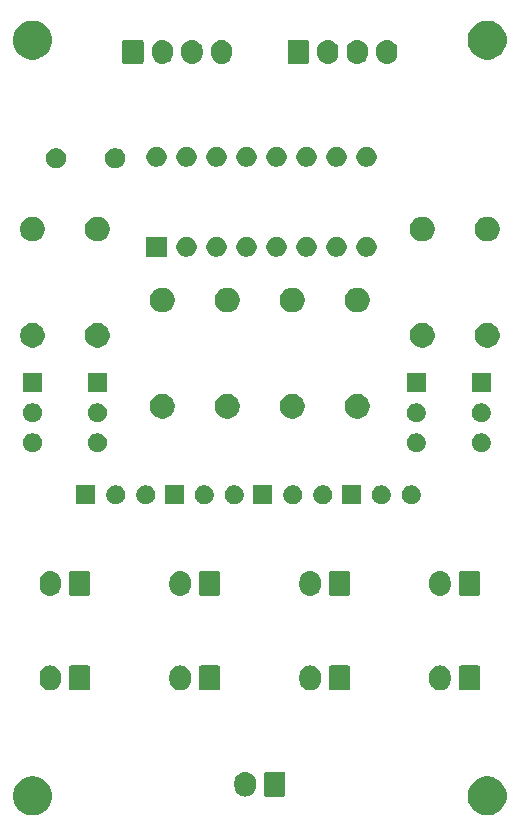
<source format=gbr>
G04 #@! TF.GenerationSoftware,KiCad,Pcbnew,5.1.6-c6e7f7d~87~ubuntu20.04.1*
G04 #@! TF.CreationDate,2020-08-21T15:46:46+01:00*
G04 #@! TF.ProjectId,8_switch_array,385f7377-6974-4636-985f-61727261792e,rev?*
G04 #@! TF.SameCoordinates,Original*
G04 #@! TF.FileFunction,Soldermask,Bot*
G04 #@! TF.FilePolarity,Negative*
%FSLAX46Y46*%
G04 Gerber Fmt 4.6, Leading zero omitted, Abs format (unit mm)*
G04 Created by KiCad (PCBNEW 5.1.6-c6e7f7d~87~ubuntu20.04.1) date 2020-08-21 15:46:46*
%MOMM*%
%LPD*%
G01*
G04 APERTURE LIST*
%ADD10C,0.100000*%
G04 APERTURE END LIST*
D10*
G36*
X166375256Y-99391298D02*
G01*
X166481579Y-99412447D01*
X166782042Y-99536903D01*
X167052451Y-99717585D01*
X167282415Y-99947549D01*
X167463097Y-100217958D01*
X167578460Y-100496468D01*
X167587553Y-100518422D01*
X167641611Y-100790186D01*
X167651000Y-100837391D01*
X167651000Y-101162609D01*
X167587553Y-101481579D01*
X167463097Y-101782042D01*
X167282415Y-102052451D01*
X167052451Y-102282415D01*
X166782042Y-102463097D01*
X166481579Y-102587553D01*
X166375256Y-102608702D01*
X166162611Y-102651000D01*
X165837389Y-102651000D01*
X165624744Y-102608702D01*
X165518421Y-102587553D01*
X165217958Y-102463097D01*
X164947549Y-102282415D01*
X164717585Y-102052451D01*
X164536903Y-101782042D01*
X164412447Y-101481579D01*
X164349000Y-101162609D01*
X164349000Y-100837391D01*
X164358390Y-100790186D01*
X164412447Y-100518422D01*
X164421541Y-100496468D01*
X164536903Y-100217958D01*
X164717585Y-99947549D01*
X164947549Y-99717585D01*
X165217958Y-99536903D01*
X165518421Y-99412447D01*
X165624744Y-99391298D01*
X165837389Y-99349000D01*
X166162611Y-99349000D01*
X166375256Y-99391298D01*
G37*
G36*
X127875256Y-99391298D02*
G01*
X127981579Y-99412447D01*
X128282042Y-99536903D01*
X128552451Y-99717585D01*
X128782415Y-99947549D01*
X128963097Y-100217958D01*
X129078460Y-100496468D01*
X129087553Y-100518422D01*
X129141611Y-100790186D01*
X129151000Y-100837391D01*
X129151000Y-101162609D01*
X129087553Y-101481579D01*
X128963097Y-101782042D01*
X128782415Y-102052451D01*
X128552451Y-102282415D01*
X128282042Y-102463097D01*
X127981579Y-102587553D01*
X127875256Y-102608702D01*
X127662611Y-102651000D01*
X127337389Y-102651000D01*
X127124744Y-102608702D01*
X127018421Y-102587553D01*
X126717958Y-102463097D01*
X126447549Y-102282415D01*
X126217585Y-102052451D01*
X126036903Y-101782042D01*
X125912447Y-101481579D01*
X125849000Y-101162609D01*
X125849000Y-100837391D01*
X125858390Y-100790186D01*
X125912447Y-100518422D01*
X125921541Y-100496468D01*
X126036903Y-100217958D01*
X126217585Y-99947549D01*
X126447549Y-99717585D01*
X126717958Y-99536903D01*
X127018421Y-99412447D01*
X127124744Y-99391298D01*
X127337389Y-99349000D01*
X127662611Y-99349000D01*
X127875256Y-99391298D01*
G37*
G36*
X145676627Y-98962037D02*
G01*
X145846466Y-99013557D01*
X146002991Y-99097222D01*
X146038729Y-99126552D01*
X146140186Y-99209814D01*
X146223448Y-99311271D01*
X146252778Y-99347009D01*
X146336443Y-99503534D01*
X146387963Y-99673374D01*
X146401000Y-99805743D01*
X146401000Y-100194258D01*
X146387963Y-100326627D01*
X146336443Y-100496466D01*
X146252778Y-100652991D01*
X146223448Y-100688729D01*
X146140186Y-100790186D01*
X146002989Y-100902779D01*
X145846467Y-100986442D01*
X145846465Y-100986443D01*
X145676626Y-101037963D01*
X145500000Y-101055359D01*
X145323373Y-101037963D01*
X145153534Y-100986443D01*
X144997009Y-100902778D01*
X144954750Y-100868097D01*
X144859814Y-100790186D01*
X144747221Y-100652989D01*
X144663558Y-100496467D01*
X144663557Y-100496465D01*
X144612037Y-100326626D01*
X144605518Y-100260441D01*
X144599000Y-100194259D01*
X144599000Y-99805740D01*
X144612037Y-99673375D01*
X144612037Y-99673373D01*
X144663557Y-99503534D01*
X144747222Y-99347009D01*
X144859815Y-99209815D01*
X144997010Y-99097222D01*
X145153535Y-99013557D01*
X145323374Y-98962037D01*
X145500000Y-98944641D01*
X145676627Y-98962037D01*
G37*
G36*
X148758600Y-98952989D02*
G01*
X148791652Y-98963015D01*
X148822103Y-98979292D01*
X148848799Y-99001201D01*
X148870708Y-99027897D01*
X148886985Y-99058348D01*
X148897011Y-99091400D01*
X148901000Y-99131903D01*
X148901000Y-100868097D01*
X148897011Y-100908600D01*
X148886985Y-100941652D01*
X148870708Y-100972103D01*
X148848799Y-100998799D01*
X148822103Y-101020708D01*
X148791652Y-101036985D01*
X148758600Y-101047011D01*
X148718097Y-101051000D01*
X147281903Y-101051000D01*
X147241400Y-101047011D01*
X147208348Y-101036985D01*
X147177897Y-101020708D01*
X147151201Y-100998799D01*
X147129292Y-100972103D01*
X147113015Y-100941652D01*
X147102989Y-100908600D01*
X147099000Y-100868097D01*
X147099000Y-99131903D01*
X147102989Y-99091400D01*
X147113015Y-99058348D01*
X147129292Y-99027897D01*
X147151201Y-99001201D01*
X147177897Y-98979292D01*
X147208348Y-98963015D01*
X147241400Y-98952989D01*
X147281903Y-98949000D01*
X148718097Y-98949000D01*
X148758600Y-98952989D01*
G37*
G36*
X140176627Y-89962037D02*
G01*
X140346466Y-90013557D01*
X140502991Y-90097222D01*
X140538729Y-90126552D01*
X140640186Y-90209814D01*
X140723448Y-90311271D01*
X140752778Y-90347009D01*
X140836443Y-90503534D01*
X140887963Y-90673374D01*
X140901000Y-90805743D01*
X140901000Y-91194258D01*
X140887963Y-91326627D01*
X140836443Y-91496466D01*
X140752778Y-91652991D01*
X140723448Y-91688729D01*
X140640186Y-91790186D01*
X140502989Y-91902779D01*
X140346467Y-91986442D01*
X140346465Y-91986443D01*
X140176626Y-92037963D01*
X140000000Y-92055359D01*
X139823373Y-92037963D01*
X139653534Y-91986443D01*
X139497009Y-91902778D01*
X139454750Y-91868097D01*
X139359814Y-91790186D01*
X139247221Y-91652989D01*
X139163558Y-91496467D01*
X139163557Y-91496465D01*
X139112037Y-91326626D01*
X139099000Y-91194257D01*
X139099000Y-90805742D01*
X139112037Y-90673373D01*
X139163557Y-90503534D01*
X139247222Y-90347009D01*
X139359815Y-90209815D01*
X139497010Y-90097222D01*
X139653535Y-90013557D01*
X139823374Y-89962037D01*
X140000000Y-89944641D01*
X140176627Y-89962037D01*
G37*
G36*
X129176627Y-89962037D02*
G01*
X129346466Y-90013557D01*
X129502991Y-90097222D01*
X129538729Y-90126552D01*
X129640186Y-90209814D01*
X129723448Y-90311271D01*
X129752778Y-90347009D01*
X129836443Y-90503534D01*
X129887963Y-90673374D01*
X129901000Y-90805743D01*
X129901000Y-91194258D01*
X129887963Y-91326627D01*
X129836443Y-91496466D01*
X129752778Y-91652991D01*
X129723448Y-91688729D01*
X129640186Y-91790186D01*
X129502989Y-91902779D01*
X129346467Y-91986442D01*
X129346465Y-91986443D01*
X129176626Y-92037963D01*
X129000000Y-92055359D01*
X128823373Y-92037963D01*
X128653534Y-91986443D01*
X128497009Y-91902778D01*
X128454750Y-91868097D01*
X128359814Y-91790186D01*
X128247221Y-91652989D01*
X128163558Y-91496467D01*
X128163557Y-91496465D01*
X128112037Y-91326626D01*
X128099000Y-91194257D01*
X128099000Y-90805742D01*
X128112037Y-90673373D01*
X128163557Y-90503534D01*
X128247222Y-90347009D01*
X128359815Y-90209815D01*
X128497010Y-90097222D01*
X128653535Y-90013557D01*
X128823374Y-89962037D01*
X129000000Y-89944641D01*
X129176627Y-89962037D01*
G37*
G36*
X151176627Y-89962037D02*
G01*
X151346466Y-90013557D01*
X151502991Y-90097222D01*
X151538729Y-90126552D01*
X151640186Y-90209814D01*
X151723448Y-90311271D01*
X151752778Y-90347009D01*
X151836443Y-90503534D01*
X151887963Y-90673374D01*
X151901000Y-90805743D01*
X151901000Y-91194258D01*
X151887963Y-91326627D01*
X151836443Y-91496466D01*
X151752778Y-91652991D01*
X151723448Y-91688729D01*
X151640186Y-91790186D01*
X151502989Y-91902779D01*
X151346467Y-91986442D01*
X151346465Y-91986443D01*
X151176626Y-92037963D01*
X151000000Y-92055359D01*
X150823373Y-92037963D01*
X150653534Y-91986443D01*
X150497009Y-91902778D01*
X150454750Y-91868097D01*
X150359814Y-91790186D01*
X150247221Y-91652989D01*
X150163558Y-91496467D01*
X150163557Y-91496465D01*
X150112037Y-91326626D01*
X150099000Y-91194257D01*
X150099000Y-90805742D01*
X150112037Y-90673373D01*
X150163557Y-90503534D01*
X150247222Y-90347009D01*
X150359815Y-90209815D01*
X150497010Y-90097222D01*
X150653535Y-90013557D01*
X150823374Y-89962037D01*
X151000000Y-89944641D01*
X151176627Y-89962037D01*
G37*
G36*
X162176627Y-89962037D02*
G01*
X162346466Y-90013557D01*
X162502991Y-90097222D01*
X162538729Y-90126552D01*
X162640186Y-90209814D01*
X162723448Y-90311271D01*
X162752778Y-90347009D01*
X162836443Y-90503534D01*
X162887963Y-90673374D01*
X162901000Y-90805743D01*
X162901000Y-91194258D01*
X162887963Y-91326627D01*
X162836443Y-91496466D01*
X162752778Y-91652991D01*
X162723448Y-91688729D01*
X162640186Y-91790186D01*
X162502989Y-91902779D01*
X162346467Y-91986442D01*
X162346465Y-91986443D01*
X162176626Y-92037963D01*
X162000000Y-92055359D01*
X161823373Y-92037963D01*
X161653534Y-91986443D01*
X161497009Y-91902778D01*
X161454750Y-91868097D01*
X161359814Y-91790186D01*
X161247221Y-91652989D01*
X161163558Y-91496467D01*
X161163557Y-91496465D01*
X161112037Y-91326626D01*
X161099000Y-91194257D01*
X161099000Y-90805742D01*
X161112037Y-90673373D01*
X161163557Y-90503534D01*
X161247222Y-90347009D01*
X161359815Y-90209815D01*
X161497010Y-90097222D01*
X161653535Y-90013557D01*
X161823374Y-89962037D01*
X162000000Y-89944641D01*
X162176627Y-89962037D01*
G37*
G36*
X154258600Y-89952989D02*
G01*
X154291652Y-89963015D01*
X154322103Y-89979292D01*
X154348799Y-90001201D01*
X154370708Y-90027897D01*
X154386985Y-90058348D01*
X154397011Y-90091400D01*
X154401000Y-90131903D01*
X154401000Y-91868097D01*
X154397011Y-91908600D01*
X154386985Y-91941652D01*
X154370708Y-91972103D01*
X154348799Y-91998799D01*
X154322103Y-92020708D01*
X154291652Y-92036985D01*
X154258600Y-92047011D01*
X154218097Y-92051000D01*
X152781903Y-92051000D01*
X152741400Y-92047011D01*
X152708348Y-92036985D01*
X152677897Y-92020708D01*
X152651201Y-91998799D01*
X152629292Y-91972103D01*
X152613015Y-91941652D01*
X152602989Y-91908600D01*
X152599000Y-91868097D01*
X152599000Y-90131903D01*
X152602989Y-90091400D01*
X152613015Y-90058348D01*
X152629292Y-90027897D01*
X152651201Y-90001201D01*
X152677897Y-89979292D01*
X152708348Y-89963015D01*
X152741400Y-89952989D01*
X152781903Y-89949000D01*
X154218097Y-89949000D01*
X154258600Y-89952989D01*
G37*
G36*
X165258600Y-89952989D02*
G01*
X165291652Y-89963015D01*
X165322103Y-89979292D01*
X165348799Y-90001201D01*
X165370708Y-90027897D01*
X165386985Y-90058348D01*
X165397011Y-90091400D01*
X165401000Y-90131903D01*
X165401000Y-91868097D01*
X165397011Y-91908600D01*
X165386985Y-91941652D01*
X165370708Y-91972103D01*
X165348799Y-91998799D01*
X165322103Y-92020708D01*
X165291652Y-92036985D01*
X165258600Y-92047011D01*
X165218097Y-92051000D01*
X163781903Y-92051000D01*
X163741400Y-92047011D01*
X163708348Y-92036985D01*
X163677897Y-92020708D01*
X163651201Y-91998799D01*
X163629292Y-91972103D01*
X163613015Y-91941652D01*
X163602989Y-91908600D01*
X163599000Y-91868097D01*
X163599000Y-90131903D01*
X163602989Y-90091400D01*
X163613015Y-90058348D01*
X163629292Y-90027897D01*
X163651201Y-90001201D01*
X163677897Y-89979292D01*
X163708348Y-89963015D01*
X163741400Y-89952989D01*
X163781903Y-89949000D01*
X165218097Y-89949000D01*
X165258600Y-89952989D01*
G37*
G36*
X132258600Y-89952989D02*
G01*
X132291652Y-89963015D01*
X132322103Y-89979292D01*
X132348799Y-90001201D01*
X132370708Y-90027897D01*
X132386985Y-90058348D01*
X132397011Y-90091400D01*
X132401000Y-90131903D01*
X132401000Y-91868097D01*
X132397011Y-91908600D01*
X132386985Y-91941652D01*
X132370708Y-91972103D01*
X132348799Y-91998799D01*
X132322103Y-92020708D01*
X132291652Y-92036985D01*
X132258600Y-92047011D01*
X132218097Y-92051000D01*
X130781903Y-92051000D01*
X130741400Y-92047011D01*
X130708348Y-92036985D01*
X130677897Y-92020708D01*
X130651201Y-91998799D01*
X130629292Y-91972103D01*
X130613015Y-91941652D01*
X130602989Y-91908600D01*
X130599000Y-91868097D01*
X130599000Y-90131903D01*
X130602989Y-90091400D01*
X130613015Y-90058348D01*
X130629292Y-90027897D01*
X130651201Y-90001201D01*
X130677897Y-89979292D01*
X130708348Y-89963015D01*
X130741400Y-89952989D01*
X130781903Y-89949000D01*
X132218097Y-89949000D01*
X132258600Y-89952989D01*
G37*
G36*
X143258600Y-89952989D02*
G01*
X143291652Y-89963015D01*
X143322103Y-89979292D01*
X143348799Y-90001201D01*
X143370708Y-90027897D01*
X143386985Y-90058348D01*
X143397011Y-90091400D01*
X143401000Y-90131903D01*
X143401000Y-91868097D01*
X143397011Y-91908600D01*
X143386985Y-91941652D01*
X143370708Y-91972103D01*
X143348799Y-91998799D01*
X143322103Y-92020708D01*
X143291652Y-92036985D01*
X143258600Y-92047011D01*
X143218097Y-92051000D01*
X141781903Y-92051000D01*
X141741400Y-92047011D01*
X141708348Y-92036985D01*
X141677897Y-92020708D01*
X141651201Y-91998799D01*
X141629292Y-91972103D01*
X141613015Y-91941652D01*
X141602989Y-91908600D01*
X141599000Y-91868097D01*
X141599000Y-90131903D01*
X141602989Y-90091400D01*
X141613015Y-90058348D01*
X141629292Y-90027897D01*
X141651201Y-90001201D01*
X141677897Y-89979292D01*
X141708348Y-89963015D01*
X141741400Y-89952989D01*
X141781903Y-89949000D01*
X143218097Y-89949000D01*
X143258600Y-89952989D01*
G37*
G36*
X140176627Y-81962037D02*
G01*
X140346466Y-82013557D01*
X140502991Y-82097222D01*
X140538729Y-82126552D01*
X140640186Y-82209814D01*
X140723448Y-82311271D01*
X140752778Y-82347009D01*
X140836443Y-82503534D01*
X140887963Y-82673374D01*
X140901000Y-82805743D01*
X140901000Y-83194258D01*
X140887963Y-83326627D01*
X140836443Y-83496466D01*
X140752778Y-83652991D01*
X140723448Y-83688729D01*
X140640186Y-83790186D01*
X140502989Y-83902779D01*
X140346467Y-83986442D01*
X140346465Y-83986443D01*
X140176626Y-84037963D01*
X140000000Y-84055359D01*
X139823373Y-84037963D01*
X139653534Y-83986443D01*
X139497009Y-83902778D01*
X139454750Y-83868097D01*
X139359814Y-83790186D01*
X139247221Y-83652989D01*
X139163558Y-83496467D01*
X139163557Y-83496465D01*
X139112037Y-83326626D01*
X139099000Y-83194257D01*
X139099000Y-82805742D01*
X139112037Y-82673373D01*
X139163557Y-82503534D01*
X139247222Y-82347009D01*
X139359815Y-82209815D01*
X139497010Y-82097222D01*
X139653535Y-82013557D01*
X139823374Y-81962037D01*
X140000000Y-81944641D01*
X140176627Y-81962037D01*
G37*
G36*
X129176627Y-81962037D02*
G01*
X129346466Y-82013557D01*
X129502991Y-82097222D01*
X129538729Y-82126552D01*
X129640186Y-82209814D01*
X129723448Y-82311271D01*
X129752778Y-82347009D01*
X129836443Y-82503534D01*
X129887963Y-82673374D01*
X129901000Y-82805743D01*
X129901000Y-83194258D01*
X129887963Y-83326627D01*
X129836443Y-83496466D01*
X129752778Y-83652991D01*
X129723448Y-83688729D01*
X129640186Y-83790186D01*
X129502989Y-83902779D01*
X129346467Y-83986442D01*
X129346465Y-83986443D01*
X129176626Y-84037963D01*
X129000000Y-84055359D01*
X128823373Y-84037963D01*
X128653534Y-83986443D01*
X128497009Y-83902778D01*
X128454750Y-83868097D01*
X128359814Y-83790186D01*
X128247221Y-83652989D01*
X128163558Y-83496467D01*
X128163557Y-83496465D01*
X128112037Y-83326626D01*
X128099000Y-83194257D01*
X128099000Y-82805742D01*
X128112037Y-82673373D01*
X128163557Y-82503534D01*
X128247222Y-82347009D01*
X128359815Y-82209815D01*
X128497010Y-82097222D01*
X128653535Y-82013557D01*
X128823374Y-81962037D01*
X129000000Y-81944641D01*
X129176627Y-81962037D01*
G37*
G36*
X162176627Y-81962037D02*
G01*
X162346466Y-82013557D01*
X162502991Y-82097222D01*
X162538729Y-82126552D01*
X162640186Y-82209814D01*
X162723448Y-82311271D01*
X162752778Y-82347009D01*
X162836443Y-82503534D01*
X162887963Y-82673374D01*
X162901000Y-82805743D01*
X162901000Y-83194258D01*
X162887963Y-83326627D01*
X162836443Y-83496466D01*
X162752778Y-83652991D01*
X162723448Y-83688729D01*
X162640186Y-83790186D01*
X162502989Y-83902779D01*
X162346467Y-83986442D01*
X162346465Y-83986443D01*
X162176626Y-84037963D01*
X162000000Y-84055359D01*
X161823373Y-84037963D01*
X161653534Y-83986443D01*
X161497009Y-83902778D01*
X161454750Y-83868097D01*
X161359814Y-83790186D01*
X161247221Y-83652989D01*
X161163558Y-83496467D01*
X161163557Y-83496465D01*
X161112037Y-83326626D01*
X161099000Y-83194257D01*
X161099000Y-82805742D01*
X161112037Y-82673373D01*
X161163557Y-82503534D01*
X161247222Y-82347009D01*
X161359815Y-82209815D01*
X161497010Y-82097222D01*
X161653535Y-82013557D01*
X161823374Y-81962037D01*
X162000000Y-81944641D01*
X162176627Y-81962037D01*
G37*
G36*
X151176627Y-81962037D02*
G01*
X151346466Y-82013557D01*
X151502991Y-82097222D01*
X151538729Y-82126552D01*
X151640186Y-82209814D01*
X151723448Y-82311271D01*
X151752778Y-82347009D01*
X151836443Y-82503534D01*
X151887963Y-82673374D01*
X151901000Y-82805743D01*
X151901000Y-83194258D01*
X151887963Y-83326627D01*
X151836443Y-83496466D01*
X151752778Y-83652991D01*
X151723448Y-83688729D01*
X151640186Y-83790186D01*
X151502989Y-83902779D01*
X151346467Y-83986442D01*
X151346465Y-83986443D01*
X151176626Y-84037963D01*
X151000000Y-84055359D01*
X150823373Y-84037963D01*
X150653534Y-83986443D01*
X150497009Y-83902778D01*
X150454750Y-83868097D01*
X150359814Y-83790186D01*
X150247221Y-83652989D01*
X150163558Y-83496467D01*
X150163557Y-83496465D01*
X150112037Y-83326626D01*
X150099000Y-83194257D01*
X150099000Y-82805742D01*
X150112037Y-82673373D01*
X150163557Y-82503534D01*
X150247222Y-82347009D01*
X150359815Y-82209815D01*
X150497010Y-82097222D01*
X150653535Y-82013557D01*
X150823374Y-81962037D01*
X151000000Y-81944641D01*
X151176627Y-81962037D01*
G37*
G36*
X143258600Y-81952989D02*
G01*
X143291652Y-81963015D01*
X143322103Y-81979292D01*
X143348799Y-82001201D01*
X143370708Y-82027897D01*
X143386985Y-82058348D01*
X143397011Y-82091400D01*
X143401000Y-82131903D01*
X143401000Y-83868097D01*
X143397011Y-83908600D01*
X143386985Y-83941652D01*
X143370708Y-83972103D01*
X143348799Y-83998799D01*
X143322103Y-84020708D01*
X143291652Y-84036985D01*
X143258600Y-84047011D01*
X143218097Y-84051000D01*
X141781903Y-84051000D01*
X141741400Y-84047011D01*
X141708348Y-84036985D01*
X141677897Y-84020708D01*
X141651201Y-83998799D01*
X141629292Y-83972103D01*
X141613015Y-83941652D01*
X141602989Y-83908600D01*
X141599000Y-83868097D01*
X141599000Y-82131903D01*
X141602989Y-82091400D01*
X141613015Y-82058348D01*
X141629292Y-82027897D01*
X141651201Y-82001201D01*
X141677897Y-81979292D01*
X141708348Y-81963015D01*
X141741400Y-81952989D01*
X141781903Y-81949000D01*
X143218097Y-81949000D01*
X143258600Y-81952989D01*
G37*
G36*
X165258600Y-81952989D02*
G01*
X165291652Y-81963015D01*
X165322103Y-81979292D01*
X165348799Y-82001201D01*
X165370708Y-82027897D01*
X165386985Y-82058348D01*
X165397011Y-82091400D01*
X165401000Y-82131903D01*
X165401000Y-83868097D01*
X165397011Y-83908600D01*
X165386985Y-83941652D01*
X165370708Y-83972103D01*
X165348799Y-83998799D01*
X165322103Y-84020708D01*
X165291652Y-84036985D01*
X165258600Y-84047011D01*
X165218097Y-84051000D01*
X163781903Y-84051000D01*
X163741400Y-84047011D01*
X163708348Y-84036985D01*
X163677897Y-84020708D01*
X163651201Y-83998799D01*
X163629292Y-83972103D01*
X163613015Y-83941652D01*
X163602989Y-83908600D01*
X163599000Y-83868097D01*
X163599000Y-82131903D01*
X163602989Y-82091400D01*
X163613015Y-82058348D01*
X163629292Y-82027897D01*
X163651201Y-82001201D01*
X163677897Y-81979292D01*
X163708348Y-81963015D01*
X163741400Y-81952989D01*
X163781903Y-81949000D01*
X165218097Y-81949000D01*
X165258600Y-81952989D01*
G37*
G36*
X154258600Y-81952989D02*
G01*
X154291652Y-81963015D01*
X154322103Y-81979292D01*
X154348799Y-82001201D01*
X154370708Y-82027897D01*
X154386985Y-82058348D01*
X154397011Y-82091400D01*
X154401000Y-82131903D01*
X154401000Y-83868097D01*
X154397011Y-83908600D01*
X154386985Y-83941652D01*
X154370708Y-83972103D01*
X154348799Y-83998799D01*
X154322103Y-84020708D01*
X154291652Y-84036985D01*
X154258600Y-84047011D01*
X154218097Y-84051000D01*
X152781903Y-84051000D01*
X152741400Y-84047011D01*
X152708348Y-84036985D01*
X152677897Y-84020708D01*
X152651201Y-83998799D01*
X152629292Y-83972103D01*
X152613015Y-83941652D01*
X152602989Y-83908600D01*
X152599000Y-83868097D01*
X152599000Y-82131903D01*
X152602989Y-82091400D01*
X152613015Y-82058348D01*
X152629292Y-82027897D01*
X152651201Y-82001201D01*
X152677897Y-81979292D01*
X152708348Y-81963015D01*
X152741400Y-81952989D01*
X152781903Y-81949000D01*
X154218097Y-81949000D01*
X154258600Y-81952989D01*
G37*
G36*
X132258600Y-81952989D02*
G01*
X132291652Y-81963015D01*
X132322103Y-81979292D01*
X132348799Y-82001201D01*
X132370708Y-82027897D01*
X132386985Y-82058348D01*
X132397011Y-82091400D01*
X132401000Y-82131903D01*
X132401000Y-83868097D01*
X132397011Y-83908600D01*
X132386985Y-83941652D01*
X132370708Y-83972103D01*
X132348799Y-83998799D01*
X132322103Y-84020708D01*
X132291652Y-84036985D01*
X132258600Y-84047011D01*
X132218097Y-84051000D01*
X130781903Y-84051000D01*
X130741400Y-84047011D01*
X130708348Y-84036985D01*
X130677897Y-84020708D01*
X130651201Y-83998799D01*
X130629292Y-83972103D01*
X130613015Y-83941652D01*
X130602989Y-83908600D01*
X130599000Y-83868097D01*
X130599000Y-82131903D01*
X130602989Y-82091400D01*
X130613015Y-82058348D01*
X130629292Y-82027897D01*
X130651201Y-82001201D01*
X130677897Y-81979292D01*
X130708348Y-81963015D01*
X130741400Y-81952989D01*
X130781903Y-81949000D01*
X132218097Y-81949000D01*
X132258600Y-81952989D01*
G37*
G36*
X155301000Y-76301000D02*
G01*
X153699000Y-76301000D01*
X153699000Y-74699000D01*
X155301000Y-74699000D01*
X155301000Y-76301000D01*
G37*
G36*
X140301000Y-76301000D02*
G01*
X138699000Y-76301000D01*
X138699000Y-74699000D01*
X140301000Y-74699000D01*
X140301000Y-76301000D01*
G37*
G36*
X144813642Y-74729781D02*
G01*
X144959414Y-74790162D01*
X144959416Y-74790163D01*
X145090608Y-74877822D01*
X145202178Y-74989392D01*
X145289837Y-75120584D01*
X145289838Y-75120586D01*
X145350219Y-75266358D01*
X145381000Y-75421107D01*
X145381000Y-75578893D01*
X145350219Y-75733642D01*
X145289838Y-75879414D01*
X145289837Y-75879416D01*
X145202178Y-76010608D01*
X145090608Y-76122178D01*
X144959416Y-76209837D01*
X144959415Y-76209838D01*
X144959414Y-76209838D01*
X144813642Y-76270219D01*
X144658893Y-76301000D01*
X144501107Y-76301000D01*
X144346358Y-76270219D01*
X144200586Y-76209838D01*
X144200585Y-76209838D01*
X144200584Y-76209837D01*
X144069392Y-76122178D01*
X143957822Y-76010608D01*
X143870163Y-75879416D01*
X143870162Y-75879414D01*
X143809781Y-75733642D01*
X143779000Y-75578893D01*
X143779000Y-75421107D01*
X143809781Y-75266358D01*
X143870162Y-75120586D01*
X143870163Y-75120584D01*
X143957822Y-74989392D01*
X144069392Y-74877822D01*
X144200584Y-74790163D01*
X144200586Y-74790162D01*
X144346358Y-74729781D01*
X144501107Y-74699000D01*
X144658893Y-74699000D01*
X144813642Y-74729781D01*
G37*
G36*
X142273642Y-74729781D02*
G01*
X142419414Y-74790162D01*
X142419416Y-74790163D01*
X142550608Y-74877822D01*
X142662178Y-74989392D01*
X142749837Y-75120584D01*
X142749838Y-75120586D01*
X142810219Y-75266358D01*
X142841000Y-75421107D01*
X142841000Y-75578893D01*
X142810219Y-75733642D01*
X142749838Y-75879414D01*
X142749837Y-75879416D01*
X142662178Y-76010608D01*
X142550608Y-76122178D01*
X142419416Y-76209837D01*
X142419415Y-76209838D01*
X142419414Y-76209838D01*
X142273642Y-76270219D01*
X142118893Y-76301000D01*
X141961107Y-76301000D01*
X141806358Y-76270219D01*
X141660586Y-76209838D01*
X141660585Y-76209838D01*
X141660584Y-76209837D01*
X141529392Y-76122178D01*
X141417822Y-76010608D01*
X141330163Y-75879416D01*
X141330162Y-75879414D01*
X141269781Y-75733642D01*
X141239000Y-75578893D01*
X141239000Y-75421107D01*
X141269781Y-75266358D01*
X141330162Y-75120586D01*
X141330163Y-75120584D01*
X141417822Y-74989392D01*
X141529392Y-74877822D01*
X141660584Y-74790163D01*
X141660586Y-74790162D01*
X141806358Y-74729781D01*
X141961107Y-74699000D01*
X142118893Y-74699000D01*
X142273642Y-74729781D01*
G37*
G36*
X132801000Y-76301000D02*
G01*
X131199000Y-76301000D01*
X131199000Y-74699000D01*
X132801000Y-74699000D01*
X132801000Y-76301000D01*
G37*
G36*
X137313642Y-74729781D02*
G01*
X137459414Y-74790162D01*
X137459416Y-74790163D01*
X137590608Y-74877822D01*
X137702178Y-74989392D01*
X137789837Y-75120584D01*
X137789838Y-75120586D01*
X137850219Y-75266358D01*
X137881000Y-75421107D01*
X137881000Y-75578893D01*
X137850219Y-75733642D01*
X137789838Y-75879414D01*
X137789837Y-75879416D01*
X137702178Y-76010608D01*
X137590608Y-76122178D01*
X137459416Y-76209837D01*
X137459415Y-76209838D01*
X137459414Y-76209838D01*
X137313642Y-76270219D01*
X137158893Y-76301000D01*
X137001107Y-76301000D01*
X136846358Y-76270219D01*
X136700586Y-76209838D01*
X136700585Y-76209838D01*
X136700584Y-76209837D01*
X136569392Y-76122178D01*
X136457822Y-76010608D01*
X136370163Y-75879416D01*
X136370162Y-75879414D01*
X136309781Y-75733642D01*
X136279000Y-75578893D01*
X136279000Y-75421107D01*
X136309781Y-75266358D01*
X136370162Y-75120586D01*
X136370163Y-75120584D01*
X136457822Y-74989392D01*
X136569392Y-74877822D01*
X136700584Y-74790163D01*
X136700586Y-74790162D01*
X136846358Y-74729781D01*
X137001107Y-74699000D01*
X137158893Y-74699000D01*
X137313642Y-74729781D01*
G37*
G36*
X157273642Y-74729781D02*
G01*
X157419414Y-74790162D01*
X157419416Y-74790163D01*
X157550608Y-74877822D01*
X157662178Y-74989392D01*
X157749837Y-75120584D01*
X157749838Y-75120586D01*
X157810219Y-75266358D01*
X157841000Y-75421107D01*
X157841000Y-75578893D01*
X157810219Y-75733642D01*
X157749838Y-75879414D01*
X157749837Y-75879416D01*
X157662178Y-76010608D01*
X157550608Y-76122178D01*
X157419416Y-76209837D01*
X157419415Y-76209838D01*
X157419414Y-76209838D01*
X157273642Y-76270219D01*
X157118893Y-76301000D01*
X156961107Y-76301000D01*
X156806358Y-76270219D01*
X156660586Y-76209838D01*
X156660585Y-76209838D01*
X156660584Y-76209837D01*
X156529392Y-76122178D01*
X156417822Y-76010608D01*
X156330163Y-75879416D01*
X156330162Y-75879414D01*
X156269781Y-75733642D01*
X156239000Y-75578893D01*
X156239000Y-75421107D01*
X156269781Y-75266358D01*
X156330162Y-75120586D01*
X156330163Y-75120584D01*
X156417822Y-74989392D01*
X156529392Y-74877822D01*
X156660584Y-74790163D01*
X156660586Y-74790162D01*
X156806358Y-74729781D01*
X156961107Y-74699000D01*
X157118893Y-74699000D01*
X157273642Y-74729781D01*
G37*
G36*
X159813642Y-74729781D02*
G01*
X159959414Y-74790162D01*
X159959416Y-74790163D01*
X160090608Y-74877822D01*
X160202178Y-74989392D01*
X160289837Y-75120584D01*
X160289838Y-75120586D01*
X160350219Y-75266358D01*
X160381000Y-75421107D01*
X160381000Y-75578893D01*
X160350219Y-75733642D01*
X160289838Y-75879414D01*
X160289837Y-75879416D01*
X160202178Y-76010608D01*
X160090608Y-76122178D01*
X159959416Y-76209837D01*
X159959415Y-76209838D01*
X159959414Y-76209838D01*
X159813642Y-76270219D01*
X159658893Y-76301000D01*
X159501107Y-76301000D01*
X159346358Y-76270219D01*
X159200586Y-76209838D01*
X159200585Y-76209838D01*
X159200584Y-76209837D01*
X159069392Y-76122178D01*
X158957822Y-76010608D01*
X158870163Y-75879416D01*
X158870162Y-75879414D01*
X158809781Y-75733642D01*
X158779000Y-75578893D01*
X158779000Y-75421107D01*
X158809781Y-75266358D01*
X158870162Y-75120586D01*
X158870163Y-75120584D01*
X158957822Y-74989392D01*
X159069392Y-74877822D01*
X159200584Y-74790163D01*
X159200586Y-74790162D01*
X159346358Y-74729781D01*
X159501107Y-74699000D01*
X159658893Y-74699000D01*
X159813642Y-74729781D01*
G37*
G36*
X147801000Y-76301000D02*
G01*
X146199000Y-76301000D01*
X146199000Y-74699000D01*
X147801000Y-74699000D01*
X147801000Y-76301000D01*
G37*
G36*
X149773642Y-74729781D02*
G01*
X149919414Y-74790162D01*
X149919416Y-74790163D01*
X150050608Y-74877822D01*
X150162178Y-74989392D01*
X150249837Y-75120584D01*
X150249838Y-75120586D01*
X150310219Y-75266358D01*
X150341000Y-75421107D01*
X150341000Y-75578893D01*
X150310219Y-75733642D01*
X150249838Y-75879414D01*
X150249837Y-75879416D01*
X150162178Y-76010608D01*
X150050608Y-76122178D01*
X149919416Y-76209837D01*
X149919415Y-76209838D01*
X149919414Y-76209838D01*
X149773642Y-76270219D01*
X149618893Y-76301000D01*
X149461107Y-76301000D01*
X149306358Y-76270219D01*
X149160586Y-76209838D01*
X149160585Y-76209838D01*
X149160584Y-76209837D01*
X149029392Y-76122178D01*
X148917822Y-76010608D01*
X148830163Y-75879416D01*
X148830162Y-75879414D01*
X148769781Y-75733642D01*
X148739000Y-75578893D01*
X148739000Y-75421107D01*
X148769781Y-75266358D01*
X148830162Y-75120586D01*
X148830163Y-75120584D01*
X148917822Y-74989392D01*
X149029392Y-74877822D01*
X149160584Y-74790163D01*
X149160586Y-74790162D01*
X149306358Y-74729781D01*
X149461107Y-74699000D01*
X149618893Y-74699000D01*
X149773642Y-74729781D01*
G37*
G36*
X152313642Y-74729781D02*
G01*
X152459414Y-74790162D01*
X152459416Y-74790163D01*
X152590608Y-74877822D01*
X152702178Y-74989392D01*
X152789837Y-75120584D01*
X152789838Y-75120586D01*
X152850219Y-75266358D01*
X152881000Y-75421107D01*
X152881000Y-75578893D01*
X152850219Y-75733642D01*
X152789838Y-75879414D01*
X152789837Y-75879416D01*
X152702178Y-76010608D01*
X152590608Y-76122178D01*
X152459416Y-76209837D01*
X152459415Y-76209838D01*
X152459414Y-76209838D01*
X152313642Y-76270219D01*
X152158893Y-76301000D01*
X152001107Y-76301000D01*
X151846358Y-76270219D01*
X151700586Y-76209838D01*
X151700585Y-76209838D01*
X151700584Y-76209837D01*
X151569392Y-76122178D01*
X151457822Y-76010608D01*
X151370163Y-75879416D01*
X151370162Y-75879414D01*
X151309781Y-75733642D01*
X151279000Y-75578893D01*
X151279000Y-75421107D01*
X151309781Y-75266358D01*
X151370162Y-75120586D01*
X151370163Y-75120584D01*
X151457822Y-74989392D01*
X151569392Y-74877822D01*
X151700584Y-74790163D01*
X151700586Y-74790162D01*
X151846358Y-74729781D01*
X152001107Y-74699000D01*
X152158893Y-74699000D01*
X152313642Y-74729781D01*
G37*
G36*
X134773642Y-74729781D02*
G01*
X134919414Y-74790162D01*
X134919416Y-74790163D01*
X135050608Y-74877822D01*
X135162178Y-74989392D01*
X135249837Y-75120584D01*
X135249838Y-75120586D01*
X135310219Y-75266358D01*
X135341000Y-75421107D01*
X135341000Y-75578893D01*
X135310219Y-75733642D01*
X135249838Y-75879414D01*
X135249837Y-75879416D01*
X135162178Y-76010608D01*
X135050608Y-76122178D01*
X134919416Y-76209837D01*
X134919415Y-76209838D01*
X134919414Y-76209838D01*
X134773642Y-76270219D01*
X134618893Y-76301000D01*
X134461107Y-76301000D01*
X134306358Y-76270219D01*
X134160586Y-76209838D01*
X134160585Y-76209838D01*
X134160584Y-76209837D01*
X134029392Y-76122178D01*
X133917822Y-76010608D01*
X133830163Y-75879416D01*
X133830162Y-75879414D01*
X133769781Y-75733642D01*
X133739000Y-75578893D01*
X133739000Y-75421107D01*
X133769781Y-75266358D01*
X133830162Y-75120586D01*
X133830163Y-75120584D01*
X133917822Y-74989392D01*
X134029392Y-74877822D01*
X134160584Y-74790163D01*
X134160586Y-74790162D01*
X134306358Y-74729781D01*
X134461107Y-74699000D01*
X134618893Y-74699000D01*
X134773642Y-74729781D01*
G37*
G36*
X165733642Y-70309781D02*
G01*
X165879414Y-70370162D01*
X165879416Y-70370163D01*
X166010608Y-70457822D01*
X166122178Y-70569392D01*
X166209837Y-70700584D01*
X166209838Y-70700586D01*
X166270219Y-70846358D01*
X166301000Y-71001107D01*
X166301000Y-71158893D01*
X166270219Y-71313642D01*
X166209838Y-71459414D01*
X166209837Y-71459416D01*
X166122178Y-71590608D01*
X166010608Y-71702178D01*
X165879416Y-71789837D01*
X165879415Y-71789838D01*
X165879414Y-71789838D01*
X165733642Y-71850219D01*
X165578893Y-71881000D01*
X165421107Y-71881000D01*
X165266358Y-71850219D01*
X165120586Y-71789838D01*
X165120585Y-71789838D01*
X165120584Y-71789837D01*
X164989392Y-71702178D01*
X164877822Y-71590608D01*
X164790163Y-71459416D01*
X164790162Y-71459414D01*
X164729781Y-71313642D01*
X164699000Y-71158893D01*
X164699000Y-71001107D01*
X164729781Y-70846358D01*
X164790162Y-70700586D01*
X164790163Y-70700584D01*
X164877822Y-70569392D01*
X164989392Y-70457822D01*
X165120584Y-70370163D01*
X165120586Y-70370162D01*
X165266358Y-70309781D01*
X165421107Y-70279000D01*
X165578893Y-70279000D01*
X165733642Y-70309781D01*
G37*
G36*
X160233642Y-70309781D02*
G01*
X160379414Y-70370162D01*
X160379416Y-70370163D01*
X160510608Y-70457822D01*
X160622178Y-70569392D01*
X160709837Y-70700584D01*
X160709838Y-70700586D01*
X160770219Y-70846358D01*
X160801000Y-71001107D01*
X160801000Y-71158893D01*
X160770219Y-71313642D01*
X160709838Y-71459414D01*
X160709837Y-71459416D01*
X160622178Y-71590608D01*
X160510608Y-71702178D01*
X160379416Y-71789837D01*
X160379415Y-71789838D01*
X160379414Y-71789838D01*
X160233642Y-71850219D01*
X160078893Y-71881000D01*
X159921107Y-71881000D01*
X159766358Y-71850219D01*
X159620586Y-71789838D01*
X159620585Y-71789838D01*
X159620584Y-71789837D01*
X159489392Y-71702178D01*
X159377822Y-71590608D01*
X159290163Y-71459416D01*
X159290162Y-71459414D01*
X159229781Y-71313642D01*
X159199000Y-71158893D01*
X159199000Y-71001107D01*
X159229781Y-70846358D01*
X159290162Y-70700586D01*
X159290163Y-70700584D01*
X159377822Y-70569392D01*
X159489392Y-70457822D01*
X159620584Y-70370163D01*
X159620586Y-70370162D01*
X159766358Y-70309781D01*
X159921107Y-70279000D01*
X160078893Y-70279000D01*
X160233642Y-70309781D01*
G37*
G36*
X133233642Y-70309781D02*
G01*
X133379414Y-70370162D01*
X133379416Y-70370163D01*
X133510608Y-70457822D01*
X133622178Y-70569392D01*
X133709837Y-70700584D01*
X133709838Y-70700586D01*
X133770219Y-70846358D01*
X133801000Y-71001107D01*
X133801000Y-71158893D01*
X133770219Y-71313642D01*
X133709838Y-71459414D01*
X133709837Y-71459416D01*
X133622178Y-71590608D01*
X133510608Y-71702178D01*
X133379416Y-71789837D01*
X133379415Y-71789838D01*
X133379414Y-71789838D01*
X133233642Y-71850219D01*
X133078893Y-71881000D01*
X132921107Y-71881000D01*
X132766358Y-71850219D01*
X132620586Y-71789838D01*
X132620585Y-71789838D01*
X132620584Y-71789837D01*
X132489392Y-71702178D01*
X132377822Y-71590608D01*
X132290163Y-71459416D01*
X132290162Y-71459414D01*
X132229781Y-71313642D01*
X132199000Y-71158893D01*
X132199000Y-71001107D01*
X132229781Y-70846358D01*
X132290162Y-70700586D01*
X132290163Y-70700584D01*
X132377822Y-70569392D01*
X132489392Y-70457822D01*
X132620584Y-70370163D01*
X132620586Y-70370162D01*
X132766358Y-70309781D01*
X132921107Y-70279000D01*
X133078893Y-70279000D01*
X133233642Y-70309781D01*
G37*
G36*
X127733642Y-70309781D02*
G01*
X127879414Y-70370162D01*
X127879416Y-70370163D01*
X128010608Y-70457822D01*
X128122178Y-70569392D01*
X128209837Y-70700584D01*
X128209838Y-70700586D01*
X128270219Y-70846358D01*
X128301000Y-71001107D01*
X128301000Y-71158893D01*
X128270219Y-71313642D01*
X128209838Y-71459414D01*
X128209837Y-71459416D01*
X128122178Y-71590608D01*
X128010608Y-71702178D01*
X127879416Y-71789837D01*
X127879415Y-71789838D01*
X127879414Y-71789838D01*
X127733642Y-71850219D01*
X127578893Y-71881000D01*
X127421107Y-71881000D01*
X127266358Y-71850219D01*
X127120586Y-71789838D01*
X127120585Y-71789838D01*
X127120584Y-71789837D01*
X126989392Y-71702178D01*
X126877822Y-71590608D01*
X126790163Y-71459416D01*
X126790162Y-71459414D01*
X126729781Y-71313642D01*
X126699000Y-71158893D01*
X126699000Y-71001107D01*
X126729781Y-70846358D01*
X126790162Y-70700586D01*
X126790163Y-70700584D01*
X126877822Y-70569392D01*
X126989392Y-70457822D01*
X127120584Y-70370163D01*
X127120586Y-70370162D01*
X127266358Y-70309781D01*
X127421107Y-70279000D01*
X127578893Y-70279000D01*
X127733642Y-70309781D01*
G37*
G36*
X160233642Y-67769781D02*
G01*
X160379414Y-67830162D01*
X160379416Y-67830163D01*
X160510608Y-67917822D01*
X160622178Y-68029392D01*
X160709837Y-68160584D01*
X160709838Y-68160586D01*
X160770219Y-68306358D01*
X160801000Y-68461107D01*
X160801000Y-68618893D01*
X160770219Y-68773642D01*
X160752522Y-68816365D01*
X160709837Y-68919416D01*
X160622178Y-69050608D01*
X160510608Y-69162178D01*
X160379416Y-69249837D01*
X160379415Y-69249838D01*
X160379414Y-69249838D01*
X160233642Y-69310219D01*
X160078893Y-69341000D01*
X159921107Y-69341000D01*
X159766358Y-69310219D01*
X159620586Y-69249838D01*
X159620585Y-69249838D01*
X159620584Y-69249837D01*
X159489392Y-69162178D01*
X159377822Y-69050608D01*
X159290163Y-68919416D01*
X159247478Y-68816365D01*
X159229781Y-68773642D01*
X159199000Y-68618893D01*
X159199000Y-68461107D01*
X159229781Y-68306358D01*
X159290162Y-68160586D01*
X159290163Y-68160584D01*
X159377822Y-68029392D01*
X159489392Y-67917822D01*
X159620584Y-67830163D01*
X159620586Y-67830162D01*
X159766358Y-67769781D01*
X159921107Y-67739000D01*
X160078893Y-67739000D01*
X160233642Y-67769781D01*
G37*
G36*
X165733642Y-67769781D02*
G01*
X165879414Y-67830162D01*
X165879416Y-67830163D01*
X166010608Y-67917822D01*
X166122178Y-68029392D01*
X166209837Y-68160584D01*
X166209838Y-68160586D01*
X166270219Y-68306358D01*
X166301000Y-68461107D01*
X166301000Y-68618893D01*
X166270219Y-68773642D01*
X166252522Y-68816365D01*
X166209837Y-68919416D01*
X166122178Y-69050608D01*
X166010608Y-69162178D01*
X165879416Y-69249837D01*
X165879415Y-69249838D01*
X165879414Y-69249838D01*
X165733642Y-69310219D01*
X165578893Y-69341000D01*
X165421107Y-69341000D01*
X165266358Y-69310219D01*
X165120586Y-69249838D01*
X165120585Y-69249838D01*
X165120584Y-69249837D01*
X164989392Y-69162178D01*
X164877822Y-69050608D01*
X164790163Y-68919416D01*
X164747478Y-68816365D01*
X164729781Y-68773642D01*
X164699000Y-68618893D01*
X164699000Y-68461107D01*
X164729781Y-68306358D01*
X164790162Y-68160586D01*
X164790163Y-68160584D01*
X164877822Y-68029392D01*
X164989392Y-67917822D01*
X165120584Y-67830163D01*
X165120586Y-67830162D01*
X165266358Y-67769781D01*
X165421107Y-67739000D01*
X165578893Y-67739000D01*
X165733642Y-67769781D01*
G37*
G36*
X133233642Y-67769781D02*
G01*
X133379414Y-67830162D01*
X133379416Y-67830163D01*
X133510608Y-67917822D01*
X133622178Y-68029392D01*
X133709837Y-68160584D01*
X133709838Y-68160586D01*
X133770219Y-68306358D01*
X133801000Y-68461107D01*
X133801000Y-68618893D01*
X133770219Y-68773642D01*
X133752522Y-68816365D01*
X133709837Y-68919416D01*
X133622178Y-69050608D01*
X133510608Y-69162178D01*
X133379416Y-69249837D01*
X133379415Y-69249838D01*
X133379414Y-69249838D01*
X133233642Y-69310219D01*
X133078893Y-69341000D01*
X132921107Y-69341000D01*
X132766358Y-69310219D01*
X132620586Y-69249838D01*
X132620585Y-69249838D01*
X132620584Y-69249837D01*
X132489392Y-69162178D01*
X132377822Y-69050608D01*
X132290163Y-68919416D01*
X132247478Y-68816365D01*
X132229781Y-68773642D01*
X132199000Y-68618893D01*
X132199000Y-68461107D01*
X132229781Y-68306358D01*
X132290162Y-68160586D01*
X132290163Y-68160584D01*
X132377822Y-68029392D01*
X132489392Y-67917822D01*
X132620584Y-67830163D01*
X132620586Y-67830162D01*
X132766358Y-67769781D01*
X132921107Y-67739000D01*
X133078893Y-67739000D01*
X133233642Y-67769781D01*
G37*
G36*
X127733642Y-67769781D02*
G01*
X127879414Y-67830162D01*
X127879416Y-67830163D01*
X128010608Y-67917822D01*
X128122178Y-68029392D01*
X128209837Y-68160584D01*
X128209838Y-68160586D01*
X128270219Y-68306358D01*
X128301000Y-68461107D01*
X128301000Y-68618893D01*
X128270219Y-68773642D01*
X128252522Y-68816365D01*
X128209837Y-68919416D01*
X128122178Y-69050608D01*
X128010608Y-69162178D01*
X127879416Y-69249837D01*
X127879415Y-69249838D01*
X127879414Y-69249838D01*
X127733642Y-69310219D01*
X127578893Y-69341000D01*
X127421107Y-69341000D01*
X127266358Y-69310219D01*
X127120586Y-69249838D01*
X127120585Y-69249838D01*
X127120584Y-69249837D01*
X126989392Y-69162178D01*
X126877822Y-69050608D01*
X126790163Y-68919416D01*
X126747478Y-68816365D01*
X126729781Y-68773642D01*
X126699000Y-68618893D01*
X126699000Y-68461107D01*
X126729781Y-68306358D01*
X126790162Y-68160586D01*
X126790163Y-68160584D01*
X126877822Y-68029392D01*
X126989392Y-67917822D01*
X127120584Y-67830163D01*
X127120586Y-67830162D01*
X127266358Y-67769781D01*
X127421107Y-67739000D01*
X127578893Y-67739000D01*
X127733642Y-67769781D01*
G37*
G36*
X144306564Y-66989389D02*
G01*
X144497833Y-67068615D01*
X144497835Y-67068616D01*
X144669973Y-67183635D01*
X144816365Y-67330027D01*
X144931385Y-67502167D01*
X145010611Y-67693436D01*
X145051000Y-67896484D01*
X145051000Y-68103516D01*
X145010611Y-68306564D01*
X144946597Y-68461107D01*
X144931384Y-68497835D01*
X144816365Y-68669973D01*
X144669973Y-68816365D01*
X144497835Y-68931384D01*
X144497834Y-68931385D01*
X144497833Y-68931385D01*
X144306564Y-69010611D01*
X144103516Y-69051000D01*
X143896484Y-69051000D01*
X143693436Y-69010611D01*
X143502167Y-68931385D01*
X143502166Y-68931385D01*
X143502165Y-68931384D01*
X143330027Y-68816365D01*
X143183635Y-68669973D01*
X143068616Y-68497835D01*
X143053403Y-68461107D01*
X142989389Y-68306564D01*
X142949000Y-68103516D01*
X142949000Y-67896484D01*
X142989389Y-67693436D01*
X143068615Y-67502167D01*
X143183635Y-67330027D01*
X143330027Y-67183635D01*
X143502165Y-67068616D01*
X143502167Y-67068615D01*
X143693436Y-66989389D01*
X143896484Y-66949000D01*
X144103516Y-66949000D01*
X144306564Y-66989389D01*
G37*
G36*
X138806564Y-66989389D02*
G01*
X138997833Y-67068615D01*
X138997835Y-67068616D01*
X139169973Y-67183635D01*
X139316365Y-67330027D01*
X139431385Y-67502167D01*
X139510611Y-67693436D01*
X139551000Y-67896484D01*
X139551000Y-68103516D01*
X139510611Y-68306564D01*
X139446597Y-68461107D01*
X139431384Y-68497835D01*
X139316365Y-68669973D01*
X139169973Y-68816365D01*
X138997835Y-68931384D01*
X138997834Y-68931385D01*
X138997833Y-68931385D01*
X138806564Y-69010611D01*
X138603516Y-69051000D01*
X138396484Y-69051000D01*
X138193436Y-69010611D01*
X138002167Y-68931385D01*
X138002166Y-68931385D01*
X138002165Y-68931384D01*
X137830027Y-68816365D01*
X137683635Y-68669973D01*
X137568616Y-68497835D01*
X137553403Y-68461107D01*
X137489389Y-68306564D01*
X137449000Y-68103516D01*
X137449000Y-67896484D01*
X137489389Y-67693436D01*
X137568615Y-67502167D01*
X137683635Y-67330027D01*
X137830027Y-67183635D01*
X138002165Y-67068616D01*
X138002167Y-67068615D01*
X138193436Y-66989389D01*
X138396484Y-66949000D01*
X138603516Y-66949000D01*
X138806564Y-66989389D01*
G37*
G36*
X149806564Y-66989389D02*
G01*
X149997833Y-67068615D01*
X149997835Y-67068616D01*
X150169973Y-67183635D01*
X150316365Y-67330027D01*
X150431385Y-67502167D01*
X150510611Y-67693436D01*
X150551000Y-67896484D01*
X150551000Y-68103516D01*
X150510611Y-68306564D01*
X150446597Y-68461107D01*
X150431384Y-68497835D01*
X150316365Y-68669973D01*
X150169973Y-68816365D01*
X149997835Y-68931384D01*
X149997834Y-68931385D01*
X149997833Y-68931385D01*
X149806564Y-69010611D01*
X149603516Y-69051000D01*
X149396484Y-69051000D01*
X149193436Y-69010611D01*
X149002167Y-68931385D01*
X149002166Y-68931385D01*
X149002165Y-68931384D01*
X148830027Y-68816365D01*
X148683635Y-68669973D01*
X148568616Y-68497835D01*
X148553403Y-68461107D01*
X148489389Y-68306564D01*
X148449000Y-68103516D01*
X148449000Y-67896484D01*
X148489389Y-67693436D01*
X148568615Y-67502167D01*
X148683635Y-67330027D01*
X148830027Y-67183635D01*
X149002165Y-67068616D01*
X149002167Y-67068615D01*
X149193436Y-66989389D01*
X149396484Y-66949000D01*
X149603516Y-66949000D01*
X149806564Y-66989389D01*
G37*
G36*
X155306564Y-66989389D02*
G01*
X155497833Y-67068615D01*
X155497835Y-67068616D01*
X155669973Y-67183635D01*
X155816365Y-67330027D01*
X155931385Y-67502167D01*
X156010611Y-67693436D01*
X156051000Y-67896484D01*
X156051000Y-68103516D01*
X156010611Y-68306564D01*
X155946597Y-68461107D01*
X155931384Y-68497835D01*
X155816365Y-68669973D01*
X155669973Y-68816365D01*
X155497835Y-68931384D01*
X155497834Y-68931385D01*
X155497833Y-68931385D01*
X155306564Y-69010611D01*
X155103516Y-69051000D01*
X154896484Y-69051000D01*
X154693436Y-69010611D01*
X154502167Y-68931385D01*
X154502166Y-68931385D01*
X154502165Y-68931384D01*
X154330027Y-68816365D01*
X154183635Y-68669973D01*
X154068616Y-68497835D01*
X154053403Y-68461107D01*
X153989389Y-68306564D01*
X153949000Y-68103516D01*
X153949000Y-67896484D01*
X153989389Y-67693436D01*
X154068615Y-67502167D01*
X154183635Y-67330027D01*
X154330027Y-67183635D01*
X154502165Y-67068616D01*
X154502167Y-67068615D01*
X154693436Y-66989389D01*
X154896484Y-66949000D01*
X155103516Y-66949000D01*
X155306564Y-66989389D01*
G37*
G36*
X166301000Y-66801000D02*
G01*
X164699000Y-66801000D01*
X164699000Y-65199000D01*
X166301000Y-65199000D01*
X166301000Y-66801000D01*
G37*
G36*
X128301000Y-66801000D02*
G01*
X126699000Y-66801000D01*
X126699000Y-65199000D01*
X128301000Y-65199000D01*
X128301000Y-66801000D01*
G37*
G36*
X160801000Y-66801000D02*
G01*
X159199000Y-66801000D01*
X159199000Y-65199000D01*
X160801000Y-65199000D01*
X160801000Y-66801000D01*
G37*
G36*
X133801000Y-66801000D02*
G01*
X132199000Y-66801000D01*
X132199000Y-65199000D01*
X133801000Y-65199000D01*
X133801000Y-66801000D01*
G37*
G36*
X133306564Y-60989389D02*
G01*
X133497833Y-61068615D01*
X133497835Y-61068616D01*
X133669973Y-61183635D01*
X133816365Y-61330027D01*
X133931385Y-61502167D01*
X134010611Y-61693436D01*
X134051000Y-61896484D01*
X134051000Y-62103516D01*
X134010611Y-62306564D01*
X133931385Y-62497833D01*
X133931384Y-62497835D01*
X133816365Y-62669973D01*
X133669973Y-62816365D01*
X133497835Y-62931384D01*
X133497834Y-62931385D01*
X133497833Y-62931385D01*
X133306564Y-63010611D01*
X133103516Y-63051000D01*
X132896484Y-63051000D01*
X132693436Y-63010611D01*
X132502167Y-62931385D01*
X132502166Y-62931385D01*
X132502165Y-62931384D01*
X132330027Y-62816365D01*
X132183635Y-62669973D01*
X132068616Y-62497835D01*
X132068615Y-62497833D01*
X131989389Y-62306564D01*
X131949000Y-62103516D01*
X131949000Y-61896484D01*
X131989389Y-61693436D01*
X132068615Y-61502167D01*
X132183635Y-61330027D01*
X132330027Y-61183635D01*
X132502165Y-61068616D01*
X132502167Y-61068615D01*
X132693436Y-60989389D01*
X132896484Y-60949000D01*
X133103516Y-60949000D01*
X133306564Y-60989389D01*
G37*
G36*
X166306564Y-60989389D02*
G01*
X166497833Y-61068615D01*
X166497835Y-61068616D01*
X166669973Y-61183635D01*
X166816365Y-61330027D01*
X166931385Y-61502167D01*
X167010611Y-61693436D01*
X167051000Y-61896484D01*
X167051000Y-62103516D01*
X167010611Y-62306564D01*
X166931385Y-62497833D01*
X166931384Y-62497835D01*
X166816365Y-62669973D01*
X166669973Y-62816365D01*
X166497835Y-62931384D01*
X166497834Y-62931385D01*
X166497833Y-62931385D01*
X166306564Y-63010611D01*
X166103516Y-63051000D01*
X165896484Y-63051000D01*
X165693436Y-63010611D01*
X165502167Y-62931385D01*
X165502166Y-62931385D01*
X165502165Y-62931384D01*
X165330027Y-62816365D01*
X165183635Y-62669973D01*
X165068616Y-62497835D01*
X165068615Y-62497833D01*
X164989389Y-62306564D01*
X164949000Y-62103516D01*
X164949000Y-61896484D01*
X164989389Y-61693436D01*
X165068615Y-61502167D01*
X165183635Y-61330027D01*
X165330027Y-61183635D01*
X165502165Y-61068616D01*
X165502167Y-61068615D01*
X165693436Y-60989389D01*
X165896484Y-60949000D01*
X166103516Y-60949000D01*
X166306564Y-60989389D01*
G37*
G36*
X160806564Y-60989389D02*
G01*
X160997833Y-61068615D01*
X160997835Y-61068616D01*
X161169973Y-61183635D01*
X161316365Y-61330027D01*
X161431385Y-61502167D01*
X161510611Y-61693436D01*
X161551000Y-61896484D01*
X161551000Y-62103516D01*
X161510611Y-62306564D01*
X161431385Y-62497833D01*
X161431384Y-62497835D01*
X161316365Y-62669973D01*
X161169973Y-62816365D01*
X160997835Y-62931384D01*
X160997834Y-62931385D01*
X160997833Y-62931385D01*
X160806564Y-63010611D01*
X160603516Y-63051000D01*
X160396484Y-63051000D01*
X160193436Y-63010611D01*
X160002167Y-62931385D01*
X160002166Y-62931385D01*
X160002165Y-62931384D01*
X159830027Y-62816365D01*
X159683635Y-62669973D01*
X159568616Y-62497835D01*
X159568615Y-62497833D01*
X159489389Y-62306564D01*
X159449000Y-62103516D01*
X159449000Y-61896484D01*
X159489389Y-61693436D01*
X159568615Y-61502167D01*
X159683635Y-61330027D01*
X159830027Y-61183635D01*
X160002165Y-61068616D01*
X160002167Y-61068615D01*
X160193436Y-60989389D01*
X160396484Y-60949000D01*
X160603516Y-60949000D01*
X160806564Y-60989389D01*
G37*
G36*
X127806564Y-60989389D02*
G01*
X127997833Y-61068615D01*
X127997835Y-61068616D01*
X128169973Y-61183635D01*
X128316365Y-61330027D01*
X128431385Y-61502167D01*
X128510611Y-61693436D01*
X128551000Y-61896484D01*
X128551000Y-62103516D01*
X128510611Y-62306564D01*
X128431385Y-62497833D01*
X128431384Y-62497835D01*
X128316365Y-62669973D01*
X128169973Y-62816365D01*
X127997835Y-62931384D01*
X127997834Y-62931385D01*
X127997833Y-62931385D01*
X127806564Y-63010611D01*
X127603516Y-63051000D01*
X127396484Y-63051000D01*
X127193436Y-63010611D01*
X127002167Y-62931385D01*
X127002166Y-62931385D01*
X127002165Y-62931384D01*
X126830027Y-62816365D01*
X126683635Y-62669973D01*
X126568616Y-62497835D01*
X126568615Y-62497833D01*
X126489389Y-62306564D01*
X126449000Y-62103516D01*
X126449000Y-61896484D01*
X126489389Y-61693436D01*
X126568615Y-61502167D01*
X126683635Y-61330027D01*
X126830027Y-61183635D01*
X127002165Y-61068616D01*
X127002167Y-61068615D01*
X127193436Y-60989389D01*
X127396484Y-60949000D01*
X127603516Y-60949000D01*
X127806564Y-60989389D01*
G37*
G36*
X149806564Y-57989389D02*
G01*
X149997833Y-58068615D01*
X149997835Y-58068616D01*
X150169973Y-58183635D01*
X150316365Y-58330027D01*
X150431385Y-58502167D01*
X150510611Y-58693436D01*
X150551000Y-58896484D01*
X150551000Y-59103516D01*
X150510611Y-59306564D01*
X150431385Y-59497833D01*
X150431384Y-59497835D01*
X150316365Y-59669973D01*
X150169973Y-59816365D01*
X149997835Y-59931384D01*
X149997834Y-59931385D01*
X149997833Y-59931385D01*
X149806564Y-60010611D01*
X149603516Y-60051000D01*
X149396484Y-60051000D01*
X149193436Y-60010611D01*
X149002167Y-59931385D01*
X149002166Y-59931385D01*
X149002165Y-59931384D01*
X148830027Y-59816365D01*
X148683635Y-59669973D01*
X148568616Y-59497835D01*
X148568615Y-59497833D01*
X148489389Y-59306564D01*
X148449000Y-59103516D01*
X148449000Y-58896484D01*
X148489389Y-58693436D01*
X148568615Y-58502167D01*
X148683635Y-58330027D01*
X148830027Y-58183635D01*
X149002165Y-58068616D01*
X149002167Y-58068615D01*
X149193436Y-57989389D01*
X149396484Y-57949000D01*
X149603516Y-57949000D01*
X149806564Y-57989389D01*
G37*
G36*
X155306564Y-57989389D02*
G01*
X155497833Y-58068615D01*
X155497835Y-58068616D01*
X155669973Y-58183635D01*
X155816365Y-58330027D01*
X155931385Y-58502167D01*
X156010611Y-58693436D01*
X156051000Y-58896484D01*
X156051000Y-59103516D01*
X156010611Y-59306564D01*
X155931385Y-59497833D01*
X155931384Y-59497835D01*
X155816365Y-59669973D01*
X155669973Y-59816365D01*
X155497835Y-59931384D01*
X155497834Y-59931385D01*
X155497833Y-59931385D01*
X155306564Y-60010611D01*
X155103516Y-60051000D01*
X154896484Y-60051000D01*
X154693436Y-60010611D01*
X154502167Y-59931385D01*
X154502166Y-59931385D01*
X154502165Y-59931384D01*
X154330027Y-59816365D01*
X154183635Y-59669973D01*
X154068616Y-59497835D01*
X154068615Y-59497833D01*
X153989389Y-59306564D01*
X153949000Y-59103516D01*
X153949000Y-58896484D01*
X153989389Y-58693436D01*
X154068615Y-58502167D01*
X154183635Y-58330027D01*
X154330027Y-58183635D01*
X154502165Y-58068616D01*
X154502167Y-58068615D01*
X154693436Y-57989389D01*
X154896484Y-57949000D01*
X155103516Y-57949000D01*
X155306564Y-57989389D01*
G37*
G36*
X138806564Y-57989389D02*
G01*
X138997833Y-58068615D01*
X138997835Y-58068616D01*
X139169973Y-58183635D01*
X139316365Y-58330027D01*
X139431385Y-58502167D01*
X139510611Y-58693436D01*
X139551000Y-58896484D01*
X139551000Y-59103516D01*
X139510611Y-59306564D01*
X139431385Y-59497833D01*
X139431384Y-59497835D01*
X139316365Y-59669973D01*
X139169973Y-59816365D01*
X138997835Y-59931384D01*
X138997834Y-59931385D01*
X138997833Y-59931385D01*
X138806564Y-60010611D01*
X138603516Y-60051000D01*
X138396484Y-60051000D01*
X138193436Y-60010611D01*
X138002167Y-59931385D01*
X138002166Y-59931385D01*
X138002165Y-59931384D01*
X137830027Y-59816365D01*
X137683635Y-59669973D01*
X137568616Y-59497835D01*
X137568615Y-59497833D01*
X137489389Y-59306564D01*
X137449000Y-59103516D01*
X137449000Y-58896484D01*
X137489389Y-58693436D01*
X137568615Y-58502167D01*
X137683635Y-58330027D01*
X137830027Y-58183635D01*
X138002165Y-58068616D01*
X138002167Y-58068615D01*
X138193436Y-57989389D01*
X138396484Y-57949000D01*
X138603516Y-57949000D01*
X138806564Y-57989389D01*
G37*
G36*
X144306564Y-57989389D02*
G01*
X144497833Y-58068615D01*
X144497835Y-58068616D01*
X144669973Y-58183635D01*
X144816365Y-58330027D01*
X144931385Y-58502167D01*
X145010611Y-58693436D01*
X145051000Y-58896484D01*
X145051000Y-59103516D01*
X145010611Y-59306564D01*
X144931385Y-59497833D01*
X144931384Y-59497835D01*
X144816365Y-59669973D01*
X144669973Y-59816365D01*
X144497835Y-59931384D01*
X144497834Y-59931385D01*
X144497833Y-59931385D01*
X144306564Y-60010611D01*
X144103516Y-60051000D01*
X143896484Y-60051000D01*
X143693436Y-60010611D01*
X143502167Y-59931385D01*
X143502166Y-59931385D01*
X143502165Y-59931384D01*
X143330027Y-59816365D01*
X143183635Y-59669973D01*
X143068616Y-59497835D01*
X143068615Y-59497833D01*
X142989389Y-59306564D01*
X142949000Y-59103516D01*
X142949000Y-58896484D01*
X142989389Y-58693436D01*
X143068615Y-58502167D01*
X143183635Y-58330027D01*
X143330027Y-58183635D01*
X143502165Y-58068616D01*
X143502167Y-58068615D01*
X143693436Y-57989389D01*
X143896484Y-57949000D01*
X144103516Y-57949000D01*
X144306564Y-57989389D01*
G37*
G36*
X138851000Y-55351000D02*
G01*
X137149000Y-55351000D01*
X137149000Y-53649000D01*
X138851000Y-53649000D01*
X138851000Y-55351000D01*
G37*
G36*
X153488228Y-53681703D02*
G01*
X153643100Y-53745853D01*
X153782481Y-53838985D01*
X153901015Y-53957519D01*
X153994147Y-54096900D01*
X154058297Y-54251772D01*
X154091000Y-54416184D01*
X154091000Y-54583816D01*
X154058297Y-54748228D01*
X153994147Y-54903100D01*
X153901015Y-55042481D01*
X153782481Y-55161015D01*
X153643100Y-55254147D01*
X153488228Y-55318297D01*
X153323816Y-55351000D01*
X153156184Y-55351000D01*
X152991772Y-55318297D01*
X152836900Y-55254147D01*
X152697519Y-55161015D01*
X152578985Y-55042481D01*
X152485853Y-54903100D01*
X152421703Y-54748228D01*
X152389000Y-54583816D01*
X152389000Y-54416184D01*
X152421703Y-54251772D01*
X152485853Y-54096900D01*
X152578985Y-53957519D01*
X152697519Y-53838985D01*
X152836900Y-53745853D01*
X152991772Y-53681703D01*
X153156184Y-53649000D01*
X153323816Y-53649000D01*
X153488228Y-53681703D01*
G37*
G36*
X150948228Y-53681703D02*
G01*
X151103100Y-53745853D01*
X151242481Y-53838985D01*
X151361015Y-53957519D01*
X151454147Y-54096900D01*
X151518297Y-54251772D01*
X151551000Y-54416184D01*
X151551000Y-54583816D01*
X151518297Y-54748228D01*
X151454147Y-54903100D01*
X151361015Y-55042481D01*
X151242481Y-55161015D01*
X151103100Y-55254147D01*
X150948228Y-55318297D01*
X150783816Y-55351000D01*
X150616184Y-55351000D01*
X150451772Y-55318297D01*
X150296900Y-55254147D01*
X150157519Y-55161015D01*
X150038985Y-55042481D01*
X149945853Y-54903100D01*
X149881703Y-54748228D01*
X149849000Y-54583816D01*
X149849000Y-54416184D01*
X149881703Y-54251772D01*
X149945853Y-54096900D01*
X150038985Y-53957519D01*
X150157519Y-53838985D01*
X150296900Y-53745853D01*
X150451772Y-53681703D01*
X150616184Y-53649000D01*
X150783816Y-53649000D01*
X150948228Y-53681703D01*
G37*
G36*
X148408228Y-53681703D02*
G01*
X148563100Y-53745853D01*
X148702481Y-53838985D01*
X148821015Y-53957519D01*
X148914147Y-54096900D01*
X148978297Y-54251772D01*
X149011000Y-54416184D01*
X149011000Y-54583816D01*
X148978297Y-54748228D01*
X148914147Y-54903100D01*
X148821015Y-55042481D01*
X148702481Y-55161015D01*
X148563100Y-55254147D01*
X148408228Y-55318297D01*
X148243816Y-55351000D01*
X148076184Y-55351000D01*
X147911772Y-55318297D01*
X147756900Y-55254147D01*
X147617519Y-55161015D01*
X147498985Y-55042481D01*
X147405853Y-54903100D01*
X147341703Y-54748228D01*
X147309000Y-54583816D01*
X147309000Y-54416184D01*
X147341703Y-54251772D01*
X147405853Y-54096900D01*
X147498985Y-53957519D01*
X147617519Y-53838985D01*
X147756900Y-53745853D01*
X147911772Y-53681703D01*
X148076184Y-53649000D01*
X148243816Y-53649000D01*
X148408228Y-53681703D01*
G37*
G36*
X145868228Y-53681703D02*
G01*
X146023100Y-53745853D01*
X146162481Y-53838985D01*
X146281015Y-53957519D01*
X146374147Y-54096900D01*
X146438297Y-54251772D01*
X146471000Y-54416184D01*
X146471000Y-54583816D01*
X146438297Y-54748228D01*
X146374147Y-54903100D01*
X146281015Y-55042481D01*
X146162481Y-55161015D01*
X146023100Y-55254147D01*
X145868228Y-55318297D01*
X145703816Y-55351000D01*
X145536184Y-55351000D01*
X145371772Y-55318297D01*
X145216900Y-55254147D01*
X145077519Y-55161015D01*
X144958985Y-55042481D01*
X144865853Y-54903100D01*
X144801703Y-54748228D01*
X144769000Y-54583816D01*
X144769000Y-54416184D01*
X144801703Y-54251772D01*
X144865853Y-54096900D01*
X144958985Y-53957519D01*
X145077519Y-53838985D01*
X145216900Y-53745853D01*
X145371772Y-53681703D01*
X145536184Y-53649000D01*
X145703816Y-53649000D01*
X145868228Y-53681703D01*
G37*
G36*
X140788228Y-53681703D02*
G01*
X140943100Y-53745853D01*
X141082481Y-53838985D01*
X141201015Y-53957519D01*
X141294147Y-54096900D01*
X141358297Y-54251772D01*
X141391000Y-54416184D01*
X141391000Y-54583816D01*
X141358297Y-54748228D01*
X141294147Y-54903100D01*
X141201015Y-55042481D01*
X141082481Y-55161015D01*
X140943100Y-55254147D01*
X140788228Y-55318297D01*
X140623816Y-55351000D01*
X140456184Y-55351000D01*
X140291772Y-55318297D01*
X140136900Y-55254147D01*
X139997519Y-55161015D01*
X139878985Y-55042481D01*
X139785853Y-54903100D01*
X139721703Y-54748228D01*
X139689000Y-54583816D01*
X139689000Y-54416184D01*
X139721703Y-54251772D01*
X139785853Y-54096900D01*
X139878985Y-53957519D01*
X139997519Y-53838985D01*
X140136900Y-53745853D01*
X140291772Y-53681703D01*
X140456184Y-53649000D01*
X140623816Y-53649000D01*
X140788228Y-53681703D01*
G37*
G36*
X143328228Y-53681703D02*
G01*
X143483100Y-53745853D01*
X143622481Y-53838985D01*
X143741015Y-53957519D01*
X143834147Y-54096900D01*
X143898297Y-54251772D01*
X143931000Y-54416184D01*
X143931000Y-54583816D01*
X143898297Y-54748228D01*
X143834147Y-54903100D01*
X143741015Y-55042481D01*
X143622481Y-55161015D01*
X143483100Y-55254147D01*
X143328228Y-55318297D01*
X143163816Y-55351000D01*
X142996184Y-55351000D01*
X142831772Y-55318297D01*
X142676900Y-55254147D01*
X142537519Y-55161015D01*
X142418985Y-55042481D01*
X142325853Y-54903100D01*
X142261703Y-54748228D01*
X142229000Y-54583816D01*
X142229000Y-54416184D01*
X142261703Y-54251772D01*
X142325853Y-54096900D01*
X142418985Y-53957519D01*
X142537519Y-53838985D01*
X142676900Y-53745853D01*
X142831772Y-53681703D01*
X142996184Y-53649000D01*
X143163816Y-53649000D01*
X143328228Y-53681703D01*
G37*
G36*
X156028228Y-53681703D02*
G01*
X156183100Y-53745853D01*
X156322481Y-53838985D01*
X156441015Y-53957519D01*
X156534147Y-54096900D01*
X156598297Y-54251772D01*
X156631000Y-54416184D01*
X156631000Y-54583816D01*
X156598297Y-54748228D01*
X156534147Y-54903100D01*
X156441015Y-55042481D01*
X156322481Y-55161015D01*
X156183100Y-55254147D01*
X156028228Y-55318297D01*
X155863816Y-55351000D01*
X155696184Y-55351000D01*
X155531772Y-55318297D01*
X155376900Y-55254147D01*
X155237519Y-55161015D01*
X155118985Y-55042481D01*
X155025853Y-54903100D01*
X154961703Y-54748228D01*
X154929000Y-54583816D01*
X154929000Y-54416184D01*
X154961703Y-54251772D01*
X155025853Y-54096900D01*
X155118985Y-53957519D01*
X155237519Y-53838985D01*
X155376900Y-53745853D01*
X155531772Y-53681703D01*
X155696184Y-53649000D01*
X155863816Y-53649000D01*
X156028228Y-53681703D01*
G37*
G36*
X133306564Y-51989389D02*
G01*
X133497833Y-52068615D01*
X133497835Y-52068616D01*
X133669973Y-52183635D01*
X133816365Y-52330027D01*
X133931385Y-52502167D01*
X134010611Y-52693436D01*
X134051000Y-52896484D01*
X134051000Y-53103516D01*
X134010611Y-53306564D01*
X133931385Y-53497833D01*
X133931384Y-53497835D01*
X133816365Y-53669973D01*
X133669973Y-53816365D01*
X133497835Y-53931384D01*
X133497834Y-53931385D01*
X133497833Y-53931385D01*
X133306564Y-54010611D01*
X133103516Y-54051000D01*
X132896484Y-54051000D01*
X132693436Y-54010611D01*
X132502167Y-53931385D01*
X132502166Y-53931385D01*
X132502165Y-53931384D01*
X132330027Y-53816365D01*
X132183635Y-53669973D01*
X132068616Y-53497835D01*
X132068615Y-53497833D01*
X131989389Y-53306564D01*
X131949000Y-53103516D01*
X131949000Y-52896484D01*
X131989389Y-52693436D01*
X132068615Y-52502167D01*
X132183635Y-52330027D01*
X132330027Y-52183635D01*
X132502165Y-52068616D01*
X132502167Y-52068615D01*
X132693436Y-51989389D01*
X132896484Y-51949000D01*
X133103516Y-51949000D01*
X133306564Y-51989389D01*
G37*
G36*
X160806564Y-51989389D02*
G01*
X160997833Y-52068615D01*
X160997835Y-52068616D01*
X161169973Y-52183635D01*
X161316365Y-52330027D01*
X161431385Y-52502167D01*
X161510611Y-52693436D01*
X161551000Y-52896484D01*
X161551000Y-53103516D01*
X161510611Y-53306564D01*
X161431385Y-53497833D01*
X161431384Y-53497835D01*
X161316365Y-53669973D01*
X161169973Y-53816365D01*
X160997835Y-53931384D01*
X160997834Y-53931385D01*
X160997833Y-53931385D01*
X160806564Y-54010611D01*
X160603516Y-54051000D01*
X160396484Y-54051000D01*
X160193436Y-54010611D01*
X160002167Y-53931385D01*
X160002166Y-53931385D01*
X160002165Y-53931384D01*
X159830027Y-53816365D01*
X159683635Y-53669973D01*
X159568616Y-53497835D01*
X159568615Y-53497833D01*
X159489389Y-53306564D01*
X159449000Y-53103516D01*
X159449000Y-52896484D01*
X159489389Y-52693436D01*
X159568615Y-52502167D01*
X159683635Y-52330027D01*
X159830027Y-52183635D01*
X160002165Y-52068616D01*
X160002167Y-52068615D01*
X160193436Y-51989389D01*
X160396484Y-51949000D01*
X160603516Y-51949000D01*
X160806564Y-51989389D01*
G37*
G36*
X127806564Y-51989389D02*
G01*
X127997833Y-52068615D01*
X127997835Y-52068616D01*
X128169973Y-52183635D01*
X128316365Y-52330027D01*
X128431385Y-52502167D01*
X128510611Y-52693436D01*
X128551000Y-52896484D01*
X128551000Y-53103516D01*
X128510611Y-53306564D01*
X128431385Y-53497833D01*
X128431384Y-53497835D01*
X128316365Y-53669973D01*
X128169973Y-53816365D01*
X127997835Y-53931384D01*
X127997834Y-53931385D01*
X127997833Y-53931385D01*
X127806564Y-54010611D01*
X127603516Y-54051000D01*
X127396484Y-54051000D01*
X127193436Y-54010611D01*
X127002167Y-53931385D01*
X127002166Y-53931385D01*
X127002165Y-53931384D01*
X126830027Y-53816365D01*
X126683635Y-53669973D01*
X126568616Y-53497835D01*
X126568615Y-53497833D01*
X126489389Y-53306564D01*
X126449000Y-53103516D01*
X126449000Y-52896484D01*
X126489389Y-52693436D01*
X126568615Y-52502167D01*
X126683635Y-52330027D01*
X126830027Y-52183635D01*
X127002165Y-52068616D01*
X127002167Y-52068615D01*
X127193436Y-51989389D01*
X127396484Y-51949000D01*
X127603516Y-51949000D01*
X127806564Y-51989389D01*
G37*
G36*
X166306564Y-51989389D02*
G01*
X166497833Y-52068615D01*
X166497835Y-52068616D01*
X166669973Y-52183635D01*
X166816365Y-52330027D01*
X166931385Y-52502167D01*
X167010611Y-52693436D01*
X167051000Y-52896484D01*
X167051000Y-53103516D01*
X167010611Y-53306564D01*
X166931385Y-53497833D01*
X166931384Y-53497835D01*
X166816365Y-53669973D01*
X166669973Y-53816365D01*
X166497835Y-53931384D01*
X166497834Y-53931385D01*
X166497833Y-53931385D01*
X166306564Y-54010611D01*
X166103516Y-54051000D01*
X165896484Y-54051000D01*
X165693436Y-54010611D01*
X165502167Y-53931385D01*
X165502166Y-53931385D01*
X165502165Y-53931384D01*
X165330027Y-53816365D01*
X165183635Y-53669973D01*
X165068616Y-53497835D01*
X165068615Y-53497833D01*
X164989389Y-53306564D01*
X164949000Y-53103516D01*
X164949000Y-52896484D01*
X164989389Y-52693436D01*
X165068615Y-52502167D01*
X165183635Y-52330027D01*
X165330027Y-52183635D01*
X165502165Y-52068616D01*
X165502167Y-52068615D01*
X165693436Y-51989389D01*
X165896484Y-51949000D01*
X166103516Y-51949000D01*
X166306564Y-51989389D01*
G37*
G36*
X134748228Y-46181703D02*
G01*
X134903100Y-46245853D01*
X135042481Y-46338985D01*
X135161015Y-46457519D01*
X135254147Y-46596900D01*
X135318297Y-46751772D01*
X135351000Y-46916184D01*
X135351000Y-47083816D01*
X135318297Y-47248228D01*
X135254147Y-47403100D01*
X135161015Y-47542481D01*
X135042481Y-47661015D01*
X134903100Y-47754147D01*
X134748228Y-47818297D01*
X134583816Y-47851000D01*
X134416184Y-47851000D01*
X134251772Y-47818297D01*
X134096900Y-47754147D01*
X133957519Y-47661015D01*
X133838985Y-47542481D01*
X133745853Y-47403100D01*
X133681703Y-47248228D01*
X133649000Y-47083816D01*
X133649000Y-46916184D01*
X133681703Y-46751772D01*
X133745853Y-46596900D01*
X133838985Y-46457519D01*
X133957519Y-46338985D01*
X134096900Y-46245853D01*
X134251772Y-46181703D01*
X134416184Y-46149000D01*
X134583816Y-46149000D01*
X134748228Y-46181703D01*
G37*
G36*
X129748228Y-46181703D02*
G01*
X129903100Y-46245853D01*
X130042481Y-46338985D01*
X130161015Y-46457519D01*
X130254147Y-46596900D01*
X130318297Y-46751772D01*
X130351000Y-46916184D01*
X130351000Y-47083816D01*
X130318297Y-47248228D01*
X130254147Y-47403100D01*
X130161015Y-47542481D01*
X130042481Y-47661015D01*
X129903100Y-47754147D01*
X129748228Y-47818297D01*
X129583816Y-47851000D01*
X129416184Y-47851000D01*
X129251772Y-47818297D01*
X129096900Y-47754147D01*
X128957519Y-47661015D01*
X128838985Y-47542481D01*
X128745853Y-47403100D01*
X128681703Y-47248228D01*
X128649000Y-47083816D01*
X128649000Y-46916184D01*
X128681703Y-46751772D01*
X128745853Y-46596900D01*
X128838985Y-46457519D01*
X128957519Y-46338985D01*
X129096900Y-46245853D01*
X129251772Y-46181703D01*
X129416184Y-46149000D01*
X129583816Y-46149000D01*
X129748228Y-46181703D01*
G37*
G36*
X138248228Y-46061703D02*
G01*
X138403100Y-46125853D01*
X138542481Y-46218985D01*
X138661015Y-46337519D01*
X138754147Y-46476900D01*
X138818297Y-46631772D01*
X138851000Y-46796184D01*
X138851000Y-46963816D01*
X138818297Y-47128228D01*
X138754147Y-47283100D01*
X138661015Y-47422481D01*
X138542481Y-47541015D01*
X138403100Y-47634147D01*
X138248228Y-47698297D01*
X138083816Y-47731000D01*
X137916184Y-47731000D01*
X137751772Y-47698297D01*
X137596900Y-47634147D01*
X137457519Y-47541015D01*
X137338985Y-47422481D01*
X137245853Y-47283100D01*
X137181703Y-47128228D01*
X137149000Y-46963816D01*
X137149000Y-46796184D01*
X137181703Y-46631772D01*
X137245853Y-46476900D01*
X137338985Y-46337519D01*
X137457519Y-46218985D01*
X137596900Y-46125853D01*
X137751772Y-46061703D01*
X137916184Y-46029000D01*
X138083816Y-46029000D01*
X138248228Y-46061703D01*
G37*
G36*
X140788228Y-46061703D02*
G01*
X140943100Y-46125853D01*
X141082481Y-46218985D01*
X141201015Y-46337519D01*
X141294147Y-46476900D01*
X141358297Y-46631772D01*
X141391000Y-46796184D01*
X141391000Y-46963816D01*
X141358297Y-47128228D01*
X141294147Y-47283100D01*
X141201015Y-47422481D01*
X141082481Y-47541015D01*
X140943100Y-47634147D01*
X140788228Y-47698297D01*
X140623816Y-47731000D01*
X140456184Y-47731000D01*
X140291772Y-47698297D01*
X140136900Y-47634147D01*
X139997519Y-47541015D01*
X139878985Y-47422481D01*
X139785853Y-47283100D01*
X139721703Y-47128228D01*
X139689000Y-46963816D01*
X139689000Y-46796184D01*
X139721703Y-46631772D01*
X139785853Y-46476900D01*
X139878985Y-46337519D01*
X139997519Y-46218985D01*
X140136900Y-46125853D01*
X140291772Y-46061703D01*
X140456184Y-46029000D01*
X140623816Y-46029000D01*
X140788228Y-46061703D01*
G37*
G36*
X156028228Y-46061703D02*
G01*
X156183100Y-46125853D01*
X156322481Y-46218985D01*
X156441015Y-46337519D01*
X156534147Y-46476900D01*
X156598297Y-46631772D01*
X156631000Y-46796184D01*
X156631000Y-46963816D01*
X156598297Y-47128228D01*
X156534147Y-47283100D01*
X156441015Y-47422481D01*
X156322481Y-47541015D01*
X156183100Y-47634147D01*
X156028228Y-47698297D01*
X155863816Y-47731000D01*
X155696184Y-47731000D01*
X155531772Y-47698297D01*
X155376900Y-47634147D01*
X155237519Y-47541015D01*
X155118985Y-47422481D01*
X155025853Y-47283100D01*
X154961703Y-47128228D01*
X154929000Y-46963816D01*
X154929000Y-46796184D01*
X154961703Y-46631772D01*
X155025853Y-46476900D01*
X155118985Y-46337519D01*
X155237519Y-46218985D01*
X155376900Y-46125853D01*
X155531772Y-46061703D01*
X155696184Y-46029000D01*
X155863816Y-46029000D01*
X156028228Y-46061703D01*
G37*
G36*
X143328228Y-46061703D02*
G01*
X143483100Y-46125853D01*
X143622481Y-46218985D01*
X143741015Y-46337519D01*
X143834147Y-46476900D01*
X143898297Y-46631772D01*
X143931000Y-46796184D01*
X143931000Y-46963816D01*
X143898297Y-47128228D01*
X143834147Y-47283100D01*
X143741015Y-47422481D01*
X143622481Y-47541015D01*
X143483100Y-47634147D01*
X143328228Y-47698297D01*
X143163816Y-47731000D01*
X142996184Y-47731000D01*
X142831772Y-47698297D01*
X142676900Y-47634147D01*
X142537519Y-47541015D01*
X142418985Y-47422481D01*
X142325853Y-47283100D01*
X142261703Y-47128228D01*
X142229000Y-46963816D01*
X142229000Y-46796184D01*
X142261703Y-46631772D01*
X142325853Y-46476900D01*
X142418985Y-46337519D01*
X142537519Y-46218985D01*
X142676900Y-46125853D01*
X142831772Y-46061703D01*
X142996184Y-46029000D01*
X143163816Y-46029000D01*
X143328228Y-46061703D01*
G37*
G36*
X153488228Y-46061703D02*
G01*
X153643100Y-46125853D01*
X153782481Y-46218985D01*
X153901015Y-46337519D01*
X153994147Y-46476900D01*
X154058297Y-46631772D01*
X154091000Y-46796184D01*
X154091000Y-46963816D01*
X154058297Y-47128228D01*
X153994147Y-47283100D01*
X153901015Y-47422481D01*
X153782481Y-47541015D01*
X153643100Y-47634147D01*
X153488228Y-47698297D01*
X153323816Y-47731000D01*
X153156184Y-47731000D01*
X152991772Y-47698297D01*
X152836900Y-47634147D01*
X152697519Y-47541015D01*
X152578985Y-47422481D01*
X152485853Y-47283100D01*
X152421703Y-47128228D01*
X152389000Y-46963816D01*
X152389000Y-46796184D01*
X152421703Y-46631772D01*
X152485853Y-46476900D01*
X152578985Y-46337519D01*
X152697519Y-46218985D01*
X152836900Y-46125853D01*
X152991772Y-46061703D01*
X153156184Y-46029000D01*
X153323816Y-46029000D01*
X153488228Y-46061703D01*
G37*
G36*
X150948228Y-46061703D02*
G01*
X151103100Y-46125853D01*
X151242481Y-46218985D01*
X151361015Y-46337519D01*
X151454147Y-46476900D01*
X151518297Y-46631772D01*
X151551000Y-46796184D01*
X151551000Y-46963816D01*
X151518297Y-47128228D01*
X151454147Y-47283100D01*
X151361015Y-47422481D01*
X151242481Y-47541015D01*
X151103100Y-47634147D01*
X150948228Y-47698297D01*
X150783816Y-47731000D01*
X150616184Y-47731000D01*
X150451772Y-47698297D01*
X150296900Y-47634147D01*
X150157519Y-47541015D01*
X150038985Y-47422481D01*
X149945853Y-47283100D01*
X149881703Y-47128228D01*
X149849000Y-46963816D01*
X149849000Y-46796184D01*
X149881703Y-46631772D01*
X149945853Y-46476900D01*
X150038985Y-46337519D01*
X150157519Y-46218985D01*
X150296900Y-46125853D01*
X150451772Y-46061703D01*
X150616184Y-46029000D01*
X150783816Y-46029000D01*
X150948228Y-46061703D01*
G37*
G36*
X148408228Y-46061703D02*
G01*
X148563100Y-46125853D01*
X148702481Y-46218985D01*
X148821015Y-46337519D01*
X148914147Y-46476900D01*
X148978297Y-46631772D01*
X149011000Y-46796184D01*
X149011000Y-46963816D01*
X148978297Y-47128228D01*
X148914147Y-47283100D01*
X148821015Y-47422481D01*
X148702481Y-47541015D01*
X148563100Y-47634147D01*
X148408228Y-47698297D01*
X148243816Y-47731000D01*
X148076184Y-47731000D01*
X147911772Y-47698297D01*
X147756900Y-47634147D01*
X147617519Y-47541015D01*
X147498985Y-47422481D01*
X147405853Y-47283100D01*
X147341703Y-47128228D01*
X147309000Y-46963816D01*
X147309000Y-46796184D01*
X147341703Y-46631772D01*
X147405853Y-46476900D01*
X147498985Y-46337519D01*
X147617519Y-46218985D01*
X147756900Y-46125853D01*
X147911772Y-46061703D01*
X148076184Y-46029000D01*
X148243816Y-46029000D01*
X148408228Y-46061703D01*
G37*
G36*
X145868228Y-46061703D02*
G01*
X146023100Y-46125853D01*
X146162481Y-46218985D01*
X146281015Y-46337519D01*
X146374147Y-46476900D01*
X146438297Y-46631772D01*
X146471000Y-46796184D01*
X146471000Y-46963816D01*
X146438297Y-47128228D01*
X146374147Y-47283100D01*
X146281015Y-47422481D01*
X146162481Y-47541015D01*
X146023100Y-47634147D01*
X145868228Y-47698297D01*
X145703816Y-47731000D01*
X145536184Y-47731000D01*
X145371772Y-47698297D01*
X145216900Y-47634147D01*
X145077519Y-47541015D01*
X144958985Y-47422481D01*
X144865853Y-47283100D01*
X144801703Y-47128228D01*
X144769000Y-46963816D01*
X144769000Y-46796184D01*
X144801703Y-46631772D01*
X144865853Y-46476900D01*
X144958985Y-46337519D01*
X145077519Y-46218985D01*
X145216900Y-46125853D01*
X145371772Y-46061703D01*
X145536184Y-46029000D01*
X145703816Y-46029000D01*
X145868228Y-46061703D01*
G37*
G36*
X155176626Y-36987037D02*
G01*
X155346465Y-37038557D01*
X155346467Y-37038558D01*
X155502989Y-37122221D01*
X155640186Y-37234814D01*
X155723448Y-37336271D01*
X155752778Y-37372009D01*
X155836443Y-37528534D01*
X155887963Y-37698373D01*
X155901000Y-37830742D01*
X155901000Y-38169257D01*
X155887963Y-38301626D01*
X155836443Y-38471466D01*
X155752778Y-38627991D01*
X155733895Y-38651000D01*
X155640186Y-38765186D01*
X155545250Y-38843097D01*
X155502991Y-38877778D01*
X155346466Y-38961443D01*
X155176627Y-39012963D01*
X155000000Y-39030359D01*
X154823374Y-39012963D01*
X154653535Y-38961443D01*
X154497010Y-38877778D01*
X154359815Y-38765185D01*
X154247222Y-38627991D01*
X154163557Y-38471466D01*
X154112037Y-38301627D01*
X154099000Y-38169258D01*
X154099000Y-37830743D01*
X154112037Y-37698374D01*
X154163557Y-37528535D01*
X154247222Y-37372010D01*
X154247223Y-37372009D01*
X154359814Y-37234814D01*
X154461271Y-37151552D01*
X154497009Y-37122222D01*
X154653534Y-37038557D01*
X154823373Y-36987037D01*
X155000000Y-36969641D01*
X155176626Y-36987037D01*
G37*
G36*
X138676626Y-36987037D02*
G01*
X138846465Y-37038557D01*
X138846467Y-37038558D01*
X139002989Y-37122221D01*
X139140186Y-37234814D01*
X139223448Y-37336271D01*
X139252778Y-37372009D01*
X139336443Y-37528534D01*
X139387963Y-37698373D01*
X139401000Y-37830742D01*
X139401000Y-38169257D01*
X139387963Y-38301626D01*
X139336443Y-38471466D01*
X139252778Y-38627991D01*
X139233895Y-38651000D01*
X139140186Y-38765186D01*
X139045250Y-38843097D01*
X139002991Y-38877778D01*
X138846466Y-38961443D01*
X138676627Y-39012963D01*
X138500000Y-39030359D01*
X138323374Y-39012963D01*
X138153535Y-38961443D01*
X137997010Y-38877778D01*
X137859815Y-38765185D01*
X137747222Y-38627991D01*
X137663557Y-38471466D01*
X137612037Y-38301627D01*
X137599000Y-38169258D01*
X137599000Y-37830743D01*
X137612037Y-37698374D01*
X137663557Y-37528535D01*
X137747222Y-37372010D01*
X137747223Y-37372009D01*
X137859814Y-37234814D01*
X137961271Y-37151552D01*
X137997009Y-37122222D01*
X138153534Y-37038557D01*
X138323373Y-36987037D01*
X138500000Y-36969641D01*
X138676626Y-36987037D01*
G37*
G36*
X141176626Y-36987037D02*
G01*
X141346465Y-37038557D01*
X141346467Y-37038558D01*
X141502989Y-37122221D01*
X141640186Y-37234814D01*
X141723448Y-37336271D01*
X141752778Y-37372009D01*
X141836443Y-37528534D01*
X141887963Y-37698373D01*
X141901000Y-37830742D01*
X141901000Y-38169257D01*
X141887963Y-38301626D01*
X141836443Y-38471466D01*
X141752778Y-38627991D01*
X141733895Y-38651000D01*
X141640186Y-38765186D01*
X141545250Y-38843097D01*
X141502991Y-38877778D01*
X141346466Y-38961443D01*
X141176627Y-39012963D01*
X141000000Y-39030359D01*
X140823374Y-39012963D01*
X140653535Y-38961443D01*
X140497010Y-38877778D01*
X140359815Y-38765185D01*
X140247222Y-38627991D01*
X140163557Y-38471466D01*
X140112037Y-38301627D01*
X140099000Y-38169258D01*
X140099000Y-37830743D01*
X140112037Y-37698374D01*
X140163557Y-37528535D01*
X140247222Y-37372010D01*
X140247223Y-37372009D01*
X140359814Y-37234814D01*
X140461271Y-37151552D01*
X140497009Y-37122222D01*
X140653534Y-37038557D01*
X140823373Y-36987037D01*
X141000000Y-36969641D01*
X141176626Y-36987037D01*
G37*
G36*
X143676626Y-36987037D02*
G01*
X143846465Y-37038557D01*
X143846467Y-37038558D01*
X144002989Y-37122221D01*
X144140186Y-37234814D01*
X144223448Y-37336271D01*
X144252778Y-37372009D01*
X144336443Y-37528534D01*
X144387963Y-37698373D01*
X144401000Y-37830742D01*
X144401000Y-38169257D01*
X144387963Y-38301626D01*
X144336443Y-38471466D01*
X144252778Y-38627991D01*
X144233895Y-38651000D01*
X144140186Y-38765186D01*
X144045250Y-38843097D01*
X144002991Y-38877778D01*
X143846466Y-38961443D01*
X143676627Y-39012963D01*
X143500000Y-39030359D01*
X143323374Y-39012963D01*
X143153535Y-38961443D01*
X142997010Y-38877778D01*
X142859815Y-38765185D01*
X142747222Y-38627991D01*
X142663557Y-38471466D01*
X142612037Y-38301627D01*
X142599000Y-38169258D01*
X142599000Y-37830743D01*
X142612037Y-37698374D01*
X142663557Y-37528535D01*
X142747222Y-37372010D01*
X142747223Y-37372009D01*
X142859814Y-37234814D01*
X142961271Y-37151552D01*
X142997009Y-37122222D01*
X143153534Y-37038557D01*
X143323373Y-36987037D01*
X143500000Y-36969641D01*
X143676626Y-36987037D01*
G37*
G36*
X152676626Y-36987037D02*
G01*
X152846465Y-37038557D01*
X152846467Y-37038558D01*
X153002989Y-37122221D01*
X153140186Y-37234814D01*
X153223448Y-37336271D01*
X153252778Y-37372009D01*
X153336443Y-37528534D01*
X153387963Y-37698373D01*
X153401000Y-37830742D01*
X153401000Y-38169257D01*
X153387963Y-38301626D01*
X153336443Y-38471466D01*
X153252778Y-38627991D01*
X153233895Y-38651000D01*
X153140186Y-38765186D01*
X153045250Y-38843097D01*
X153002991Y-38877778D01*
X152846466Y-38961443D01*
X152676627Y-39012963D01*
X152500000Y-39030359D01*
X152323374Y-39012963D01*
X152153535Y-38961443D01*
X151997010Y-38877778D01*
X151859815Y-38765185D01*
X151747222Y-38627991D01*
X151663557Y-38471466D01*
X151612037Y-38301627D01*
X151599000Y-38169258D01*
X151599000Y-37830743D01*
X151612037Y-37698374D01*
X151663557Y-37528535D01*
X151747222Y-37372010D01*
X151747223Y-37372009D01*
X151859814Y-37234814D01*
X151961271Y-37151552D01*
X151997009Y-37122222D01*
X152153534Y-37038557D01*
X152323373Y-36987037D01*
X152500000Y-36969641D01*
X152676626Y-36987037D01*
G37*
G36*
X157676626Y-36987037D02*
G01*
X157846465Y-37038557D01*
X157846467Y-37038558D01*
X158002989Y-37122221D01*
X158140186Y-37234814D01*
X158223448Y-37336271D01*
X158252778Y-37372009D01*
X158336443Y-37528534D01*
X158387963Y-37698373D01*
X158401000Y-37830742D01*
X158401000Y-38169257D01*
X158387963Y-38301626D01*
X158336443Y-38471466D01*
X158252778Y-38627991D01*
X158233895Y-38651000D01*
X158140186Y-38765186D01*
X158045250Y-38843097D01*
X158002991Y-38877778D01*
X157846466Y-38961443D01*
X157676627Y-39012963D01*
X157500000Y-39030359D01*
X157323374Y-39012963D01*
X157153535Y-38961443D01*
X156997010Y-38877778D01*
X156859815Y-38765185D01*
X156747222Y-38627991D01*
X156663557Y-38471466D01*
X156612037Y-38301627D01*
X156599000Y-38169258D01*
X156599000Y-37830743D01*
X156612037Y-37698374D01*
X156663557Y-37528535D01*
X156747222Y-37372010D01*
X156747223Y-37372009D01*
X156859814Y-37234814D01*
X156961271Y-37151552D01*
X156997009Y-37122222D01*
X157153534Y-37038557D01*
X157323373Y-36987037D01*
X157500000Y-36969641D01*
X157676626Y-36987037D01*
G37*
G36*
X150758600Y-36977989D02*
G01*
X150791652Y-36988015D01*
X150822103Y-37004292D01*
X150848799Y-37026201D01*
X150870708Y-37052897D01*
X150886985Y-37083348D01*
X150897011Y-37116400D01*
X150901000Y-37156903D01*
X150901000Y-38843097D01*
X150897011Y-38883600D01*
X150886985Y-38916652D01*
X150870708Y-38947103D01*
X150848799Y-38973799D01*
X150822103Y-38995708D01*
X150791652Y-39011985D01*
X150758600Y-39022011D01*
X150718097Y-39026000D01*
X149281903Y-39026000D01*
X149241400Y-39022011D01*
X149208348Y-39011985D01*
X149177897Y-38995708D01*
X149151201Y-38973799D01*
X149129292Y-38947103D01*
X149113015Y-38916652D01*
X149102989Y-38883600D01*
X149099000Y-38843097D01*
X149099000Y-37156903D01*
X149102989Y-37116400D01*
X149113015Y-37083348D01*
X149129292Y-37052897D01*
X149151201Y-37026201D01*
X149177897Y-37004292D01*
X149208348Y-36988015D01*
X149241400Y-36977989D01*
X149281903Y-36974000D01*
X150718097Y-36974000D01*
X150758600Y-36977989D01*
G37*
G36*
X136758600Y-36977989D02*
G01*
X136791652Y-36988015D01*
X136822103Y-37004292D01*
X136848799Y-37026201D01*
X136870708Y-37052897D01*
X136886985Y-37083348D01*
X136897011Y-37116400D01*
X136901000Y-37156903D01*
X136901000Y-38843097D01*
X136897011Y-38883600D01*
X136886985Y-38916652D01*
X136870708Y-38947103D01*
X136848799Y-38973799D01*
X136822103Y-38995708D01*
X136791652Y-39011985D01*
X136758600Y-39022011D01*
X136718097Y-39026000D01*
X135281903Y-39026000D01*
X135241400Y-39022011D01*
X135208348Y-39011985D01*
X135177897Y-38995708D01*
X135151201Y-38973799D01*
X135129292Y-38947103D01*
X135113015Y-38916652D01*
X135102989Y-38883600D01*
X135099000Y-38843097D01*
X135099000Y-37156903D01*
X135102989Y-37116400D01*
X135113015Y-37083348D01*
X135129292Y-37052897D01*
X135151201Y-37026201D01*
X135177897Y-37004292D01*
X135208348Y-36988015D01*
X135241400Y-36977989D01*
X135281903Y-36974000D01*
X136718097Y-36974000D01*
X136758600Y-36977989D01*
G37*
G36*
X127875256Y-35391298D02*
G01*
X127981579Y-35412447D01*
X128282042Y-35536903D01*
X128552451Y-35717585D01*
X128782415Y-35947549D01*
X128782416Y-35947551D01*
X128963098Y-36217960D01*
X129087553Y-36518422D01*
X129151000Y-36837389D01*
X129151000Y-37162611D01*
X129135805Y-37239000D01*
X129087553Y-37481579D01*
X128963097Y-37782042D01*
X128782415Y-38052451D01*
X128552451Y-38282415D01*
X128282042Y-38463097D01*
X128282041Y-38463098D01*
X128282040Y-38463098D01*
X128261835Y-38471467D01*
X127981579Y-38587553D01*
X127875256Y-38608702D01*
X127662611Y-38651000D01*
X127337389Y-38651000D01*
X127124744Y-38608702D01*
X127018421Y-38587553D01*
X126738165Y-38471467D01*
X126717960Y-38463098D01*
X126717959Y-38463098D01*
X126717958Y-38463097D01*
X126447549Y-38282415D01*
X126217585Y-38052451D01*
X126036903Y-37782042D01*
X125912447Y-37481579D01*
X125864195Y-37239000D01*
X125849000Y-37162611D01*
X125849000Y-36837389D01*
X125912447Y-36518422D01*
X126036902Y-36217960D01*
X126217584Y-35947551D01*
X126217585Y-35947549D01*
X126447549Y-35717585D01*
X126717958Y-35536903D01*
X127018421Y-35412447D01*
X127124744Y-35391298D01*
X127337389Y-35349000D01*
X127662611Y-35349000D01*
X127875256Y-35391298D01*
G37*
G36*
X166375256Y-35391298D02*
G01*
X166481579Y-35412447D01*
X166782042Y-35536903D01*
X167052451Y-35717585D01*
X167282415Y-35947549D01*
X167282416Y-35947551D01*
X167463098Y-36217960D01*
X167587553Y-36518422D01*
X167651000Y-36837389D01*
X167651000Y-37162611D01*
X167635805Y-37239000D01*
X167587553Y-37481579D01*
X167463097Y-37782042D01*
X167282415Y-38052451D01*
X167052451Y-38282415D01*
X166782042Y-38463097D01*
X166782041Y-38463098D01*
X166782040Y-38463098D01*
X166761835Y-38471467D01*
X166481579Y-38587553D01*
X166375256Y-38608702D01*
X166162611Y-38651000D01*
X165837389Y-38651000D01*
X165624744Y-38608702D01*
X165518421Y-38587553D01*
X165238165Y-38471467D01*
X165217960Y-38463098D01*
X165217959Y-38463098D01*
X165217958Y-38463097D01*
X164947549Y-38282415D01*
X164717585Y-38052451D01*
X164536903Y-37782042D01*
X164412447Y-37481579D01*
X164364195Y-37239000D01*
X164349000Y-37162611D01*
X164349000Y-36837389D01*
X164412447Y-36518422D01*
X164536902Y-36217960D01*
X164717584Y-35947551D01*
X164717585Y-35947549D01*
X164947549Y-35717585D01*
X165217958Y-35536903D01*
X165518421Y-35412447D01*
X165624744Y-35391298D01*
X165837389Y-35349000D01*
X166162611Y-35349000D01*
X166375256Y-35391298D01*
G37*
M02*

</source>
